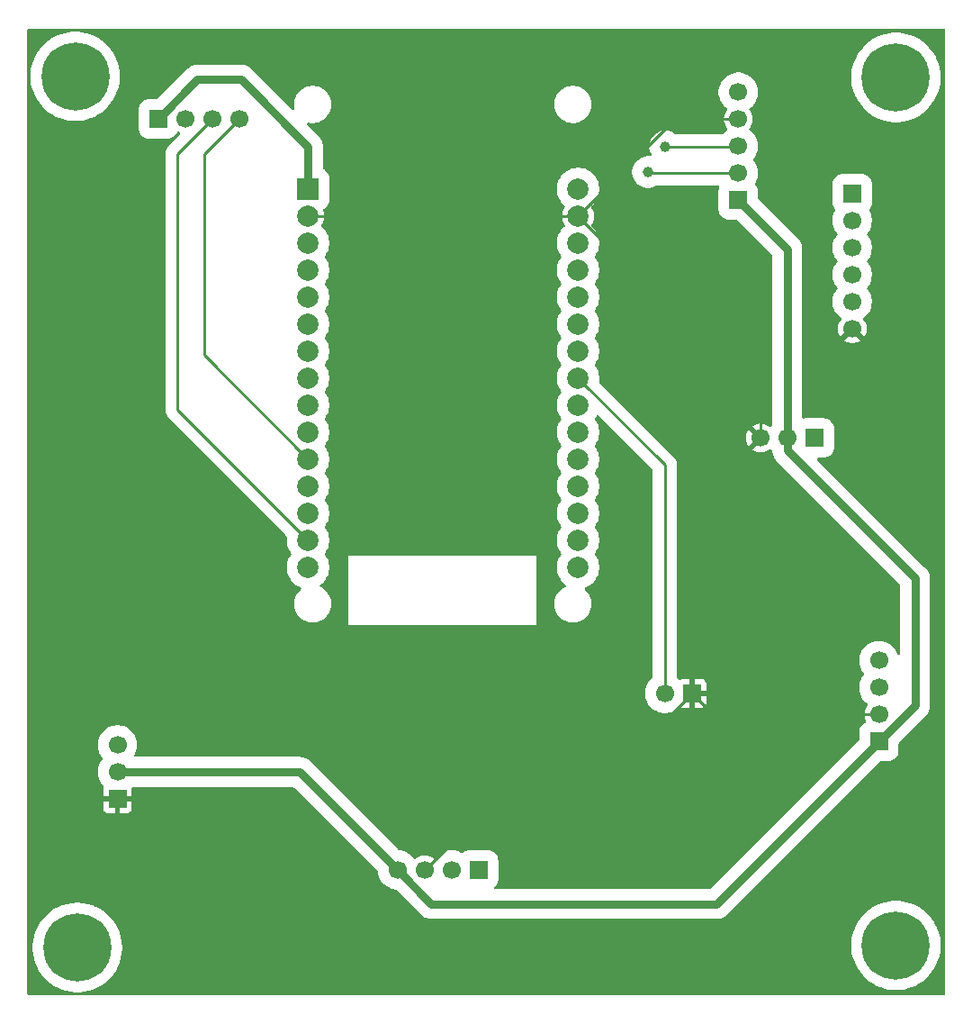
<source format=gbl>
%TF.GenerationSoftware,KiCad,Pcbnew,9.0.4*%
%TF.CreationDate,2025-11-06T03:01:08+05:30*%
%TF.ProjectId,project005,70726f6a-6563-4743-9030-352e6b696361,rev?*%
%TF.SameCoordinates,Original*%
%TF.FileFunction,Copper,L2,Bot*%
%TF.FilePolarity,Positive*%
%FSLAX46Y46*%
G04 Gerber Fmt 4.6, Leading zero omitted, Abs format (unit mm)*
G04 Created by KiCad (PCBNEW 9.0.4) date 2025-11-06 03:01:08*
%MOMM*%
%LPD*%
G01*
G04 APERTURE LIST*
%TA.AperFunction,ComponentPad*%
%ADD10C,6.400000*%
%TD*%
%TA.AperFunction,ComponentPad*%
%ADD11R,1.700000X1.700000*%
%TD*%
%TA.AperFunction,ComponentPad*%
%ADD12C,1.700000*%
%TD*%
%TA.AperFunction,ComponentPad*%
%ADD13R,2.000000X2.000000*%
%TD*%
%TA.AperFunction,ComponentPad*%
%ADD14C,2.000000*%
%TD*%
%TA.AperFunction,ViaPad*%
%ADD15C,1.000000*%
%TD*%
%TA.AperFunction,Conductor*%
%ADD16C,0.250000*%
%TD*%
%TA.AperFunction,Conductor*%
%ADD17C,0.800000*%
%TD*%
G04 APERTURE END LIST*
D10*
%TO.P,REF\u002A\u002A,1*%
%TO.N,N/C*%
X161200000Y-57100000D03*
%TD*%
D11*
%TO.P,Lightsensor1,1,Pin_1*%
%TO.N,VCC*%
X146375000Y-68650000D03*
D12*
%TO.P,Lightsensor1,2,Pin_2*%
%TO.N,Net-(Lightsensor1-Pin_2)*%
X146375000Y-66110000D03*
%TO.P,Lightsensor1,3,Pin_3*%
%TO.N,Net-(Lightsensor1-Pin_3)*%
X146375000Y-63570000D03*
%TO.P,Lightsensor1,4,Pin_4*%
%TO.N,GND*%
X146375000Y-61030000D03*
%TO.P,Lightsensor1,5,Pin_5*%
%TO.N,unconnected-(Lightsensor1-Pin_5-Pad5)*%
X146375000Y-58490000D03*
%TD*%
D10*
%TO.P,REF\u002A\u002A,1*%
%TO.N,N/C*%
X161200000Y-138700000D03*
%TD*%
%TO.P,REF\u002A\u002A,1*%
%TO.N,N/C*%
X84200000Y-138900000D03*
%TD*%
D11*
%TO.P,Waterlevel1,1,Pin_1*%
%TO.N,Net-(U1-D34)*%
X153540000Y-91000000D03*
D12*
%TO.P,Waterlevel1,2,Pin_2*%
%TO.N,VCC*%
X151000000Y-91000000D03*
%TO.P,Waterlevel1,3,Pin_3*%
%TO.N,GND*%
X148460000Y-91000000D03*
%TD*%
D10*
%TO.P,REF\u002A\u002A,1*%
%TO.N,N/C*%
X84000000Y-57000000D03*
%TD*%
D11*
%TO.P,DHT22,1,Pin_1*%
%TO.N,GND*%
X87975000Y-124925000D03*
D12*
%TO.P,DHT22,2,Pin_2*%
%TO.N,VCC*%
X87975000Y-122385000D03*
%TO.P,DHT22,3,Pin_3*%
%TO.N,Net-(DHT22-Pin_3)*%
X87975000Y-119845000D03*
%TD*%
D11*
%TO.P,OLED1,1,Pin_1*%
%TO.N,VCC*%
X91800000Y-61000000D03*
D12*
%TO.P,OLED1,2,Pin_2*%
%TO.N,GND*%
X94340000Y-61000000D03*
%TO.P,OLED1,3,Pin_3*%
%TO.N,Net-(Lightsensor1-Pin_2)*%
X96880000Y-61000000D03*
%TO.P,OLED1,4,Pin_4*%
%TO.N,Net-(Lightsensor1-Pin_3)*%
X99420000Y-61000000D03*
%TD*%
D11*
%TO.P,soilmoisture1,1,Pin_1*%
%TO.N,Net-(U1-VP)*%
X121940000Y-131600000D03*
D12*
%TO.P,soilmoisture1,2,Pin_2*%
%TO.N,unconnected-(soilmoisture1-Pin_2-Pad2)*%
X119400000Y-131600000D03*
%TO.P,soilmoisture1,3,Pin_3*%
%TO.N,GND*%
X116860000Y-131600000D03*
%TO.P,soilmoisture1,4,Pin_4*%
%TO.N,VCC*%
X114320000Y-131600000D03*
%TD*%
D11*
%TO.P,Relay1,1,Pin_1*%
%TO.N,Net-(Relay1-Pin_1)*%
X157100000Y-68020000D03*
D12*
%TO.P,Relay1,2,Pin_2*%
%TO.N,unconnected-(Relay1-Pin_2-Pad2)*%
X157100000Y-70560000D03*
%TO.P,Relay1,3,Pin_3*%
%TO.N,unconnected-(Relay1-Pin_3-Pad3)*%
X157100000Y-73100000D03*
%TO.P,Relay1,4,Pin_4*%
%TO.N,Net-(Relay1-Pin_4)*%
X157100000Y-75640000D03*
%TO.P,Relay1,5,Pin_5*%
%TO.N,Net-(Relay1-Pin_5)*%
X157100000Y-78180000D03*
%TO.P,Relay1,6,Pin_6*%
%TO.N,GND*%
X157100000Y-80720000D03*
%TD*%
D11*
%TO.P,buzzer1,1,Pin_1*%
%TO.N,GND*%
X142000000Y-115000000D03*
D12*
%TO.P,buzzer1,2,Pin_2*%
%TO.N,Net-(U1-D25)*%
X139460000Y-115000000D03*
%TD*%
D11*
%TO.P,J1,1,Pin_1*%
%TO.N,VCC*%
X159600000Y-119540000D03*
D12*
%TO.P,J1,2,Pin_2*%
%TO.N,GND*%
X159600000Y-117000000D03*
%TO.P,J1,3,Pin_3*%
%TO.N,unconnected-(J1-Pin_3-Pad3)*%
X159600000Y-114460000D03*
%TO.P,J1,4,Pin_4*%
%TO.N,Net-(J1-Pin_4)*%
X159600000Y-111920000D03*
%TD*%
D13*
%TO.P,U1,1,3V3*%
%TO.N,VCC*%
X105900000Y-67600000D03*
D14*
%TO.P,U1,2,GND*%
%TO.N,GND*%
X105900000Y-70140000D03*
%TO.P,U1,3,D15*%
%TO.N,unconnected-(U1-D15-Pad3)*%
X105900000Y-72680000D03*
%TO.P,U1,4,D2*%
%TO.N,unconnected-(U1-D2-Pad4)*%
X105900000Y-75220000D03*
%TO.P,U1,5,D4*%
%TO.N,unconnected-(U1-D4-Pad5)*%
X105900000Y-77760000D03*
%TO.P,U1,6,RX2*%
%TO.N,unconnected-(U1-RX2-Pad6)*%
X105900000Y-80300000D03*
%TO.P,U1,7,TX2*%
%TO.N,Net-(DHT22-Pin_3)*%
X105900000Y-82840000D03*
%TO.P,U1,8,D5*%
%TO.N,unconnected-(U1-D5-Pad8)*%
X105900000Y-85380000D03*
%TO.P,U1,9,D18*%
%TO.N,unconnected-(U1-D18-Pad9)*%
X105900000Y-87920000D03*
%TO.P,U1,10,D19*%
%TO.N,unconnected-(U1-D19-Pad10)*%
X105900000Y-90460000D03*
%TO.P,U1,11,D21*%
%TO.N,Net-(Lightsensor1-Pin_3)*%
X105900000Y-93000000D03*
%TO.P,U1,12,RX0*%
%TO.N,unconnected-(U1-RX0-Pad12)*%
X105900000Y-95540000D03*
%TO.P,U1,13,TX0*%
%TO.N,unconnected-(U1-TX0-Pad13)*%
X105900000Y-98080000D03*
%TO.P,U1,14,D22*%
%TO.N,Net-(Lightsensor1-Pin_2)*%
X105900000Y-100620000D03*
%TO.P,U1,15,D23*%
%TO.N,unconnected-(U1-D23-Pad15)*%
X105900000Y-103160000D03*
%TO.P,U1,16,EN*%
%TO.N,unconnected-(U1-EN-Pad16)*%
X131300000Y-103160000D03*
%TO.P,U1,17,VP*%
%TO.N,Net-(U1-VP)*%
X131300000Y-100620000D03*
%TO.P,U1,18,VN*%
%TO.N,Net-(J1-Pin_4)*%
X131300000Y-98080000D03*
%TO.P,U1,19,D34*%
%TO.N,Net-(U1-D34)*%
X131300000Y-95540000D03*
%TO.P,U1,20,D35*%
%TO.N,unconnected-(U1-D35-Pad20)*%
X131300000Y-93000000D03*
%TO.P,U1,21,D32*%
%TO.N,unconnected-(U1-D32-Pad21)*%
X131300000Y-90460000D03*
%TO.P,U1,22,D33*%
%TO.N,unconnected-(U1-D33-Pad22)*%
X131300000Y-87920000D03*
%TO.P,U1,23,D25*%
%TO.N,Net-(U1-D25)*%
X131300000Y-85380000D03*
%TO.P,U1,24,D26*%
%TO.N,Net-(Relay1-Pin_5)*%
X131300000Y-82840000D03*
%TO.P,U1,25,D27*%
%TO.N,Net-(Relay1-Pin_4)*%
X131300000Y-80300000D03*
%TO.P,U1,26,D14*%
%TO.N,unconnected-(U1-D14-Pad26)*%
X131300000Y-77760000D03*
%TO.P,U1,27,D12*%
%TO.N,unconnected-(U1-D12-Pad27)*%
X131300000Y-75220000D03*
%TO.P,U1,28,D13*%
%TO.N,unconnected-(U1-D13-Pad28)*%
X131300000Y-72680000D03*
%TO.P,U1,29,GND*%
%TO.N,GND*%
X131300000Y-70140000D03*
%TO.P,U1,30,VIN*%
%TO.N,Net-(Relay1-Pin_1)*%
X131300000Y-67600000D03*
%TD*%
D15*
%TO.N,Net-(Lightsensor1-Pin_2)*%
X137900000Y-66000000D03*
%TO.N,Net-(Lightsensor1-Pin_3)*%
X139500000Y-63600000D03*
%TD*%
D16*
%TO.N,Net-(U1-D25)*%
X139460000Y-93540000D02*
X131300000Y-85380000D01*
X139460000Y-115000000D02*
X139460000Y-93540000D01*
%TO.N,Net-(Lightsensor1-Pin_2)*%
X138180000Y-66000000D02*
X138290000Y-66110000D01*
X96880000Y-61000000D02*
X93600000Y-64280000D01*
X93600000Y-64280000D02*
X93600000Y-88320000D01*
X138290000Y-66110000D02*
X146375000Y-66110000D01*
X93600000Y-88320000D02*
X105900000Y-100620000D01*
X137900000Y-66000000D02*
X138180000Y-66000000D01*
%TO.N,Net-(Lightsensor1-Pin_3)*%
X96100000Y-83200000D02*
X105900000Y-93000000D01*
X139500000Y-63600000D02*
X146345000Y-63600000D01*
X146345000Y-63600000D02*
X146375000Y-63570000D01*
X96100000Y-64320000D02*
X96100000Y-83200000D01*
X99420000Y-61000000D02*
X96100000Y-64320000D01*
%TO.N,GND*%
X144000000Y-117000000D02*
X159600000Y-117000000D01*
X142000000Y-97460000D02*
X148460000Y-91000000D01*
X140410000Y-61030000D02*
X146375000Y-61030000D01*
X148460000Y-87300000D02*
X148460000Y-91000000D01*
X131300000Y-70140000D02*
X105900000Y-70140000D01*
X131300000Y-70140000D02*
X148460000Y-87300000D01*
X116860000Y-131600000D02*
X121960000Y-126500000D01*
X142000000Y-115000000D02*
X144000000Y-117000000D01*
X130500000Y-126500000D02*
X142000000Y-115000000D01*
X121960000Y-126500000D02*
X130500000Y-126500000D01*
X131300000Y-70140000D02*
X140410000Y-61030000D01*
X142000000Y-115000000D02*
X142000000Y-97460000D01*
D17*
%TO.N,VCC*%
X151000000Y-92202081D02*
X163000000Y-104202081D01*
X105900000Y-63600000D02*
X105900000Y-67600000D01*
X114320000Y-131600000D02*
X117520000Y-134800000D01*
X151000000Y-91000000D02*
X151000000Y-92202081D01*
X95500000Y-57300000D02*
X99600000Y-57300000D01*
X87975000Y-122385000D02*
X105105000Y-122385000D01*
X99600000Y-57300000D02*
X105900000Y-63600000D01*
X151000000Y-73275000D02*
X151000000Y-91000000D01*
X163000000Y-104202081D02*
X163000000Y-116140000D01*
X105105000Y-122385000D02*
X114320000Y-131600000D01*
X144340000Y-134800000D02*
X159600000Y-119540000D01*
X146375000Y-68650000D02*
X151000000Y-73275000D01*
X163000000Y-116140000D02*
X159600000Y-119540000D01*
X117520000Y-134800000D02*
X144340000Y-134800000D01*
X91800000Y-61000000D02*
X95500000Y-57300000D01*
%TD*%
%TA.AperFunction,Conductor*%
%TO.N,GND*%
G36*
X165742539Y-52520185D02*
G01*
X165788294Y-52572989D01*
X165799500Y-52624500D01*
X165799500Y-143275500D01*
X165779815Y-143342539D01*
X165727011Y-143388294D01*
X165675500Y-143399500D01*
X79624500Y-143399500D01*
X79557461Y-143379815D01*
X79511706Y-143327011D01*
X79500500Y-143275500D01*
X79500500Y-138693646D01*
X79999500Y-138693646D01*
X79999500Y-139106353D01*
X80039952Y-139517084D01*
X80120464Y-139921848D01*
X80120467Y-139921859D01*
X80240274Y-140316814D01*
X80398214Y-140698113D01*
X80398216Y-140698118D01*
X80592759Y-141062081D01*
X80592770Y-141062099D01*
X80822052Y-141405244D01*
X80822062Y-141405258D01*
X81083885Y-141724291D01*
X81375708Y-142016114D01*
X81375713Y-142016118D01*
X81375714Y-142016119D01*
X81694747Y-142277942D01*
X82037907Y-142507234D01*
X82037916Y-142507239D01*
X82037918Y-142507240D01*
X82401881Y-142701783D01*
X82401883Y-142701783D01*
X82401889Y-142701787D01*
X82783187Y-142859726D01*
X83178131Y-142979530D01*
X83178137Y-142979531D01*
X83178140Y-142979532D01*
X83178151Y-142979535D01*
X83582915Y-143060047D01*
X83993643Y-143100500D01*
X83993646Y-143100500D01*
X84406354Y-143100500D01*
X84406357Y-143100500D01*
X84817085Y-143060047D01*
X84895884Y-143044372D01*
X85221848Y-142979535D01*
X85221859Y-142979532D01*
X85221859Y-142979531D01*
X85221869Y-142979530D01*
X85616813Y-142859726D01*
X85998111Y-142701787D01*
X86362093Y-142507234D01*
X86705253Y-142277942D01*
X87024286Y-142016119D01*
X87316119Y-141724286D01*
X87577942Y-141405253D01*
X87807234Y-141062093D01*
X88001787Y-140698111D01*
X88159726Y-140316813D01*
X88279530Y-139921869D01*
X88279532Y-139921859D01*
X88279535Y-139921848D01*
X88360047Y-139517084D01*
X88400500Y-139106353D01*
X88400500Y-138693646D01*
X88381699Y-138502753D01*
X88380802Y-138493646D01*
X156999500Y-138493646D01*
X156999500Y-138906353D01*
X157039952Y-139317084D01*
X157120464Y-139721848D01*
X157120467Y-139721859D01*
X157240274Y-140116814D01*
X157398214Y-140498113D01*
X157398216Y-140498118D01*
X157592759Y-140862081D01*
X157592770Y-140862099D01*
X157822052Y-141205244D01*
X157822062Y-141205258D01*
X158083885Y-141524291D01*
X158375708Y-141816114D01*
X158375713Y-141816118D01*
X158375714Y-141816119D01*
X158694747Y-142077942D01*
X159037907Y-142307234D01*
X159037916Y-142307239D01*
X159037918Y-142307240D01*
X159401881Y-142501783D01*
X159401883Y-142501783D01*
X159401889Y-142501787D01*
X159783187Y-142659726D01*
X160178131Y-142779530D01*
X160178137Y-142779531D01*
X160178140Y-142779532D01*
X160178151Y-142779535D01*
X160581296Y-142859725D01*
X160582915Y-142860047D01*
X160993643Y-142900500D01*
X160993646Y-142900500D01*
X161406354Y-142900500D01*
X161406357Y-142900500D01*
X161817085Y-142860047D01*
X161895884Y-142844372D01*
X162221848Y-142779535D01*
X162221859Y-142779532D01*
X162221859Y-142779531D01*
X162221869Y-142779530D01*
X162616813Y-142659726D01*
X162998111Y-142501787D01*
X163362093Y-142307234D01*
X163705253Y-142077942D01*
X164024286Y-141816119D01*
X164316119Y-141524286D01*
X164577942Y-141205253D01*
X164807234Y-140862093D01*
X165001787Y-140498111D01*
X165159726Y-140116813D01*
X165279530Y-139721869D01*
X165279532Y-139721859D01*
X165279535Y-139721848D01*
X165360047Y-139317084D01*
X165400500Y-138906353D01*
X165400500Y-138493646D01*
X165360047Y-138082915D01*
X165279535Y-137678151D01*
X165279532Y-137678140D01*
X165279531Y-137678137D01*
X165279530Y-137678131D01*
X165159726Y-137283187D01*
X165001787Y-136901889D01*
X164914142Y-136737918D01*
X164807240Y-136537918D01*
X164807239Y-136537916D01*
X164807234Y-136537907D01*
X164577942Y-136194747D01*
X164316119Y-135875714D01*
X164316118Y-135875713D01*
X164316114Y-135875708D01*
X164024291Y-135583885D01*
X163705258Y-135322062D01*
X163705257Y-135322061D01*
X163705253Y-135322058D01*
X163362093Y-135092766D01*
X163362088Y-135092763D01*
X163362081Y-135092759D01*
X162998118Y-134898216D01*
X162998113Y-134898214D01*
X162616814Y-134740274D01*
X162221859Y-134620467D01*
X162221848Y-134620464D01*
X161817084Y-134539952D01*
X161507741Y-134509485D01*
X161406357Y-134499500D01*
X160993643Y-134499500D01*
X160899966Y-134508726D01*
X160582915Y-134539952D01*
X160178151Y-134620464D01*
X160178140Y-134620467D01*
X159783185Y-134740274D01*
X159401886Y-134898214D01*
X159401881Y-134898216D01*
X159037918Y-135092759D01*
X159037900Y-135092770D01*
X158694755Y-135322052D01*
X158694741Y-135322062D01*
X158375708Y-135583885D01*
X158083885Y-135875708D01*
X157822062Y-136194741D01*
X157822052Y-136194755D01*
X157592770Y-136537900D01*
X157592759Y-136537918D01*
X157398216Y-136901881D01*
X157398214Y-136901886D01*
X157240274Y-137283185D01*
X157120467Y-137678140D01*
X157120464Y-137678151D01*
X157039952Y-138082915D01*
X156999500Y-138493646D01*
X88380802Y-138493646D01*
X88360047Y-138282915D01*
X88279535Y-137878151D01*
X88279532Y-137878140D01*
X88279531Y-137878137D01*
X88279530Y-137878131D01*
X88159726Y-137483187D01*
X88001787Y-137101889D01*
X87894884Y-136901889D01*
X87807240Y-136737918D01*
X87807239Y-136737916D01*
X87807234Y-136737907D01*
X87577942Y-136394747D01*
X87316119Y-136075714D01*
X87316118Y-136075713D01*
X87316114Y-136075708D01*
X87024291Y-135783885D01*
X86705258Y-135522062D01*
X86705257Y-135522061D01*
X86705253Y-135522058D01*
X86362093Y-135292766D01*
X86362088Y-135292763D01*
X86362081Y-135292759D01*
X85998118Y-135098216D01*
X85998113Y-135098214D01*
X85984960Y-135092766D01*
X85886433Y-135051954D01*
X85616814Y-134940274D01*
X85221859Y-134820467D01*
X85221848Y-134820464D01*
X84817084Y-134739952D01*
X84507741Y-134709485D01*
X84406357Y-134699500D01*
X83993643Y-134699500D01*
X83899966Y-134708726D01*
X83582915Y-134739952D01*
X83178151Y-134820464D01*
X83178140Y-134820467D01*
X82783185Y-134940274D01*
X82401886Y-135098214D01*
X82401881Y-135098216D01*
X82037918Y-135292759D01*
X82037900Y-135292770D01*
X81694755Y-135522052D01*
X81694741Y-135522062D01*
X81375708Y-135783885D01*
X81083885Y-136075708D01*
X80822062Y-136394741D01*
X80822052Y-136394755D01*
X80592770Y-136737900D01*
X80592759Y-136737918D01*
X80398216Y-137101881D01*
X80398214Y-137101886D01*
X80240274Y-137483185D01*
X80120467Y-137878140D01*
X80120464Y-137878151D01*
X80039952Y-138282915D01*
X79999500Y-138693646D01*
X79500500Y-138693646D01*
X79500500Y-119723711D01*
X86124500Y-119723711D01*
X86124500Y-119966288D01*
X86156161Y-120206785D01*
X86218947Y-120441104D01*
X86271268Y-120567418D01*
X86311776Y-120665212D01*
X86433064Y-120875289D01*
X86433066Y-120875292D01*
X86433067Y-120875293D01*
X86559077Y-121039514D01*
X86584271Y-121104683D01*
X86570232Y-121173128D01*
X86559077Y-121190486D01*
X86433067Y-121354706D01*
X86311777Y-121564785D01*
X86311773Y-121564794D01*
X86218947Y-121788895D01*
X86156161Y-122023214D01*
X86124500Y-122263711D01*
X86124500Y-122506288D01*
X86156161Y-122746785D01*
X86218947Y-122981104D01*
X86311773Y-123205205D01*
X86311776Y-123205212D01*
X86433064Y-123415289D01*
X86433066Y-123415292D01*
X86433067Y-123415293D01*
X86580733Y-123607736D01*
X86580739Y-123607743D01*
X86659896Y-123686900D01*
X86693381Y-123748223D01*
X86688397Y-123817915D01*
X86682082Y-123831741D01*
X86631403Y-123967620D01*
X86631401Y-123967627D01*
X86625000Y-124027155D01*
X86625000Y-124675000D01*
X87541988Y-124675000D01*
X87509075Y-124732007D01*
X87475000Y-124859174D01*
X87475000Y-124990826D01*
X87509075Y-125117993D01*
X87541988Y-125175000D01*
X86625000Y-125175000D01*
X86625000Y-125822844D01*
X86631401Y-125882372D01*
X86631403Y-125882379D01*
X86681645Y-126017086D01*
X86681649Y-126017093D01*
X86767809Y-126132187D01*
X86767812Y-126132190D01*
X86882906Y-126218350D01*
X86882913Y-126218354D01*
X87017620Y-126268596D01*
X87017627Y-126268598D01*
X87077155Y-126274999D01*
X87077172Y-126275000D01*
X87725000Y-126275000D01*
X87725000Y-125358012D01*
X87782007Y-125390925D01*
X87909174Y-125425000D01*
X88040826Y-125425000D01*
X88167993Y-125390925D01*
X88225000Y-125358012D01*
X88225000Y-126275000D01*
X88872828Y-126275000D01*
X88872844Y-126274999D01*
X88932372Y-126268598D01*
X88932379Y-126268596D01*
X89067086Y-126218354D01*
X89067093Y-126218350D01*
X89182187Y-126132190D01*
X89182190Y-126132187D01*
X89268350Y-126017093D01*
X89268354Y-126017086D01*
X89318596Y-125882379D01*
X89318598Y-125882372D01*
X89324999Y-125822844D01*
X89325000Y-125822827D01*
X89325000Y-125175000D01*
X88408012Y-125175000D01*
X88440925Y-125117993D01*
X88475000Y-124990826D01*
X88475000Y-124859174D01*
X88440925Y-124732007D01*
X88408012Y-124675000D01*
X89325000Y-124675000D01*
X89325000Y-124027172D01*
X89324999Y-124027155D01*
X89318598Y-123967627D01*
X89318596Y-123967619D01*
X89313082Y-123952835D01*
X89308096Y-123883144D01*
X89341580Y-123821820D01*
X89402903Y-123788334D01*
X89429263Y-123785500D01*
X104473532Y-123785500D01*
X104540571Y-123805185D01*
X104561213Y-123821819D01*
X112441072Y-131701678D01*
X112474557Y-131763001D01*
X112476330Y-131773173D01*
X112501161Y-131961785D01*
X112563947Y-132196104D01*
X112656773Y-132420205D01*
X112656776Y-132420212D01*
X112778064Y-132630289D01*
X112778066Y-132630292D01*
X112778067Y-132630293D01*
X112925733Y-132822736D01*
X112925739Y-132822743D01*
X113097256Y-132994260D01*
X113097263Y-132994266D01*
X113210321Y-133081018D01*
X113289711Y-133141936D01*
X113499788Y-133263224D01*
X113723900Y-133356054D01*
X113958211Y-133418838D01*
X114146825Y-133443669D01*
X114210720Y-133471934D01*
X114218320Y-133478926D01*
X116448632Y-135709238D01*
X116448646Y-135709253D01*
X116451757Y-135712364D01*
X116451758Y-135712365D01*
X116607635Y-135868242D01*
X116607638Y-135868244D01*
X116607642Y-135868248D01*
X116769372Y-135985750D01*
X116785978Y-135997815D01*
X116914375Y-136063237D01*
X116982393Y-136097895D01*
X116982396Y-136097896D01*
X117087221Y-136131955D01*
X117192049Y-136166015D01*
X117409778Y-136200500D01*
X144224643Y-136200500D01*
X144224667Y-136200501D01*
X144229778Y-136200501D01*
X144450221Y-136200501D01*
X144450222Y-136200501D01*
X144667951Y-136166015D01*
X144877606Y-136097895D01*
X145074022Y-135997815D01*
X145252365Y-135868242D01*
X145408242Y-135712365D01*
X145408243Y-135712363D01*
X145415303Y-135705303D01*
X145415309Y-135705296D01*
X159693787Y-121426818D01*
X159755110Y-121393333D01*
X159781468Y-121390499D01*
X160508028Y-121390499D01*
X160508036Y-121390499D01*
X160627418Y-121379886D01*
X160823049Y-121323909D01*
X161003407Y-121229698D01*
X161161109Y-121101109D01*
X161289698Y-120943407D01*
X161383909Y-120763049D01*
X161439886Y-120567418D01*
X161450500Y-120448037D01*
X161450499Y-119721466D01*
X161470183Y-119654428D01*
X161486813Y-119633791D01*
X163905296Y-117215309D01*
X163905303Y-117215303D01*
X163912363Y-117208243D01*
X163912365Y-117208242D01*
X164068242Y-117052365D01*
X164197815Y-116874022D01*
X164297895Y-116677606D01*
X164366015Y-116467951D01*
X164377686Y-116394265D01*
X164400501Y-116250222D01*
X164400501Y-116029778D01*
X164400501Y-116025377D01*
X164400500Y-116025362D01*
X164400500Y-104317438D01*
X164400501Y-104317413D01*
X164400501Y-104091860D01*
X164366015Y-103874129D01*
X164299402Y-103669115D01*
X164298339Y-103665347D01*
X164297895Y-103664475D01*
X164197815Y-103468059D01*
X164185750Y-103451453D01*
X164068248Y-103289723D01*
X164068244Y-103289719D01*
X164068242Y-103289716D01*
X163912365Y-103133839D01*
X163912364Y-103133838D01*
X163909253Y-103130727D01*
X163909238Y-103130713D01*
X153840705Y-93062180D01*
X153807220Y-93000857D01*
X153812204Y-92931165D01*
X153854076Y-92875232D01*
X153919540Y-92850815D01*
X153928386Y-92850499D01*
X154448028Y-92850499D01*
X154448036Y-92850499D01*
X154567418Y-92839886D01*
X154763049Y-92783909D01*
X154943407Y-92689698D01*
X155101109Y-92561109D01*
X155229698Y-92403407D01*
X155323909Y-92223049D01*
X155379886Y-92027418D01*
X155390500Y-91908037D01*
X155390499Y-90091964D01*
X155379886Y-89972582D01*
X155323909Y-89776951D01*
X155229698Y-89596593D01*
X155165793Y-89518220D01*
X155101109Y-89438890D01*
X154943409Y-89310304D01*
X154943410Y-89310304D01*
X154943407Y-89310302D01*
X154763049Y-89216091D01*
X154763048Y-89216090D01*
X154763045Y-89216089D01*
X154645829Y-89182550D01*
X154567418Y-89160114D01*
X154567415Y-89160113D01*
X154567413Y-89160113D01*
X154496041Y-89153768D01*
X154448037Y-89149500D01*
X154448032Y-89149500D01*
X152631971Y-89149500D01*
X152631963Y-89149501D01*
X152535479Y-89158078D01*
X152466960Y-89144407D01*
X152416710Y-89095861D01*
X152400500Y-89034565D01*
X152400500Y-73390357D01*
X152400501Y-73390332D01*
X152400501Y-73164780D01*
X152400501Y-73164779D01*
X152366015Y-72947049D01*
X152321847Y-72811113D01*
X152297896Y-72737396D01*
X152297895Y-72737393D01*
X152263237Y-72669375D01*
X152197815Y-72540978D01*
X152185750Y-72524372D01*
X152068248Y-72362642D01*
X152068244Y-72362638D01*
X152068242Y-72362635D01*
X151912365Y-72206758D01*
X151912364Y-72206757D01*
X151909253Y-72203646D01*
X151909238Y-72203632D01*
X148261818Y-68556212D01*
X148228333Y-68494889D01*
X148225499Y-68468531D01*
X148225499Y-67741971D01*
X148225499Y-67741964D01*
X148214886Y-67622582D01*
X148158909Y-67426951D01*
X148064698Y-67246593D01*
X147996307Y-67162718D01*
X147974943Y-67111966D01*
X155249500Y-67111966D01*
X155249500Y-68928028D01*
X155249501Y-68928034D01*
X155260113Y-69047415D01*
X155316089Y-69243045D01*
X155316090Y-69243047D01*
X155316091Y-69243049D01*
X155410301Y-69423406D01*
X155410305Y-69423412D01*
X155478691Y-69507281D01*
X155505800Y-69571677D01*
X155493790Y-69640507D01*
X155489977Y-69647640D01*
X155436775Y-69739789D01*
X155436773Y-69739794D01*
X155343947Y-69963895D01*
X155281161Y-70198214D01*
X155262535Y-70339698D01*
X155249500Y-70438712D01*
X155249500Y-70681288D01*
X155281162Y-70921789D01*
X155311059Y-71033366D01*
X155343947Y-71156104D01*
X155427637Y-71358148D01*
X155436776Y-71380212D01*
X155558064Y-71590289D01*
X155558066Y-71590292D01*
X155558067Y-71590293D01*
X155684077Y-71754514D01*
X155709271Y-71819683D01*
X155695232Y-71888128D01*
X155684077Y-71905486D01*
X155558067Y-72069706D01*
X155436777Y-72279785D01*
X155436773Y-72279794D01*
X155343947Y-72503895D01*
X155281161Y-72738214D01*
X155249500Y-72978711D01*
X155249500Y-73221288D01*
X155281161Y-73461785D01*
X155343947Y-73696104D01*
X155394764Y-73818787D01*
X155436776Y-73920212D01*
X155558064Y-74130289D01*
X155558066Y-74130292D01*
X155558067Y-74130293D01*
X155684077Y-74294514D01*
X155709271Y-74359683D01*
X155695232Y-74428128D01*
X155684077Y-74445486D01*
X155558067Y-74609706D01*
X155436777Y-74819785D01*
X155436773Y-74819794D01*
X155343947Y-75043895D01*
X155281161Y-75278214D01*
X155249500Y-75518711D01*
X155249500Y-75761288D01*
X155281161Y-76001785D01*
X155343947Y-76236104D01*
X155417846Y-76414512D01*
X155436776Y-76460212D01*
X155558064Y-76670289D01*
X155558066Y-76670292D01*
X155558067Y-76670293D01*
X155684077Y-76834514D01*
X155709271Y-76899683D01*
X155695232Y-76968128D01*
X155684077Y-76985486D01*
X155558067Y-77149706D01*
X155436777Y-77359785D01*
X155436773Y-77359794D01*
X155343947Y-77583895D01*
X155281161Y-77818214D01*
X155249500Y-78058711D01*
X155249500Y-78301288D01*
X155281161Y-78541785D01*
X155343947Y-78776104D01*
X155417846Y-78954512D01*
X155436776Y-79000212D01*
X155558064Y-79210289D01*
X155558066Y-79210292D01*
X155558067Y-79210293D01*
X155705733Y-79402736D01*
X155705739Y-79402743D01*
X155877256Y-79574260D01*
X155877263Y-79574266D01*
X156029564Y-79691130D01*
X156070767Y-79747558D01*
X156074922Y-79817304D01*
X156054397Y-79862391D01*
X155945376Y-80012446D01*
X155848904Y-80201782D01*
X155783242Y-80403869D01*
X155783242Y-80403872D01*
X155750000Y-80613753D01*
X155750000Y-80826246D01*
X155783242Y-81036127D01*
X155783242Y-81036130D01*
X155848904Y-81238217D01*
X155945375Y-81427550D01*
X155984728Y-81481716D01*
X156617036Y-80849407D01*
X156634075Y-80912993D01*
X156699901Y-81027007D01*
X156792993Y-81120099D01*
X156907007Y-81185925D01*
X156970590Y-81202962D01*
X156338282Y-81835269D01*
X156338282Y-81835270D01*
X156392449Y-81874624D01*
X156581782Y-81971095D01*
X156783870Y-82036757D01*
X156993754Y-82070000D01*
X157206246Y-82070000D01*
X157416127Y-82036757D01*
X157416130Y-82036757D01*
X157618217Y-81971095D01*
X157807554Y-81874622D01*
X157861716Y-81835270D01*
X157861717Y-81835270D01*
X157229408Y-81202962D01*
X157292993Y-81185925D01*
X157407007Y-81120099D01*
X157500099Y-81027007D01*
X157565925Y-80912993D01*
X157582962Y-80849409D01*
X158215270Y-81481717D01*
X158215270Y-81481716D01*
X158254622Y-81427554D01*
X158351095Y-81238217D01*
X158416757Y-81036130D01*
X158416757Y-81036127D01*
X158450000Y-80826246D01*
X158450000Y-80613753D01*
X158416757Y-80403872D01*
X158416757Y-80403869D01*
X158351095Y-80201782D01*
X158254620Y-80012442D01*
X158145603Y-79862391D01*
X158122123Y-79796585D01*
X158137949Y-79728531D01*
X158170432Y-79691132D01*
X158322738Y-79574265D01*
X158494265Y-79402738D01*
X158641936Y-79210289D01*
X158763224Y-79000212D01*
X158856054Y-78776100D01*
X158918838Y-78541789D01*
X158950500Y-78301288D01*
X158950500Y-78058712D01*
X158918838Y-77818211D01*
X158856054Y-77583900D01*
X158763224Y-77359788D01*
X158641936Y-77149711D01*
X158515922Y-76985486D01*
X158490728Y-76920317D01*
X158504766Y-76851872D01*
X158515922Y-76834514D01*
X158517099Y-76832979D01*
X158641936Y-76670289D01*
X158763224Y-76460212D01*
X158856054Y-76236100D01*
X158918838Y-76001789D01*
X158950500Y-75761288D01*
X158950500Y-75518712D01*
X158918838Y-75278211D01*
X158856054Y-75043900D01*
X158763224Y-74819788D01*
X158641936Y-74609711D01*
X158515922Y-74445486D01*
X158490728Y-74380317D01*
X158504766Y-74311872D01*
X158515922Y-74294514D01*
X158517099Y-74292979D01*
X158641936Y-74130289D01*
X158763224Y-73920212D01*
X158856054Y-73696100D01*
X158918838Y-73461789D01*
X158950500Y-73221288D01*
X158950500Y-72978712D01*
X158918838Y-72738211D01*
X158856054Y-72503900D01*
X158763224Y-72279788D01*
X158641936Y-72069711D01*
X158515922Y-71905486D01*
X158490728Y-71840317D01*
X158504766Y-71771872D01*
X158515922Y-71754514D01*
X158517099Y-71752979D01*
X158641936Y-71590289D01*
X158763224Y-71380212D01*
X158856054Y-71156100D01*
X158918838Y-70921789D01*
X158950500Y-70681288D01*
X158950500Y-70438712D01*
X158918838Y-70198211D01*
X158856054Y-69963900D01*
X158763224Y-69739788D01*
X158758669Y-69731898D01*
X158710023Y-69647639D01*
X158693550Y-69579739D01*
X158716403Y-69513712D01*
X158721307Y-69507281D01*
X158789698Y-69423407D01*
X158883909Y-69243049D01*
X158939886Y-69047418D01*
X158950500Y-68928037D01*
X158950499Y-67111964D01*
X158939886Y-66992582D01*
X158883909Y-66796951D01*
X158789698Y-66616593D01*
X158728845Y-66541963D01*
X158661109Y-66458890D01*
X158503409Y-66330304D01*
X158503410Y-66330304D01*
X158503407Y-66330302D01*
X158323049Y-66236091D01*
X158323048Y-66236090D01*
X158323045Y-66236089D01*
X158205829Y-66202550D01*
X158127418Y-66180114D01*
X158127415Y-66180113D01*
X158127413Y-66180113D01*
X158061102Y-66174217D01*
X158008037Y-66169500D01*
X158008032Y-66169500D01*
X156191971Y-66169500D01*
X156191965Y-66169500D01*
X156191964Y-66169501D01*
X156180316Y-66170536D01*
X156072584Y-66180113D01*
X155876954Y-66236089D01*
X155796452Y-66278140D01*
X155696593Y-66330302D01*
X155696591Y-66330303D01*
X155696590Y-66330304D01*
X155538890Y-66458890D01*
X155410304Y-66616590D01*
X155316089Y-66796954D01*
X155277961Y-66930208D01*
X155264427Y-66977511D01*
X155260114Y-66992583D01*
X155260113Y-66992586D01*
X155249500Y-67111966D01*
X147974943Y-67111966D01*
X147969199Y-67098321D01*
X147981209Y-67029492D01*
X147985012Y-67022376D01*
X148038224Y-66930212D01*
X148131054Y-66706100D01*
X148193838Y-66471789D01*
X148225500Y-66231288D01*
X148225500Y-65988712D01*
X148193838Y-65748211D01*
X148131054Y-65513900D01*
X148038224Y-65289788D01*
X147916936Y-65079711D01*
X147790922Y-64915486D01*
X147765728Y-64850317D01*
X147779766Y-64781872D01*
X147790922Y-64764514D01*
X147827644Y-64716657D01*
X147916936Y-64600289D01*
X148038224Y-64390212D01*
X148131054Y-64166100D01*
X148193838Y-63931789D01*
X148225500Y-63691288D01*
X148225500Y-63448712D01*
X148193838Y-63208211D01*
X148131054Y-62973900D01*
X148038224Y-62749788D01*
X147916936Y-62539711D01*
X147812348Y-62403409D01*
X147769266Y-62347263D01*
X147769260Y-62347256D01*
X147597743Y-62175739D01*
X147445434Y-62058868D01*
X147404232Y-62002440D01*
X147400077Y-61932694D01*
X147420603Y-61887606D01*
X147529622Y-61737554D01*
X147626095Y-61548217D01*
X147691757Y-61346130D01*
X147691757Y-61346127D01*
X147725000Y-61136246D01*
X147725000Y-60923753D01*
X147691757Y-60713872D01*
X147691757Y-60713869D01*
X147626095Y-60511782D01*
X147529620Y-60322442D01*
X147420603Y-60172391D01*
X147397123Y-60106585D01*
X147412949Y-60038531D01*
X147445432Y-60001132D01*
X147597738Y-59884265D01*
X147769265Y-59712738D01*
X147916936Y-59520289D01*
X148038224Y-59310212D01*
X148131054Y-59086100D01*
X148193838Y-58851789D01*
X148225500Y-58611288D01*
X148225500Y-58368712D01*
X148193838Y-58128211D01*
X148131054Y-57893900D01*
X148129231Y-57889500D01*
X148057815Y-57717085D01*
X148038224Y-57669788D01*
X147916936Y-57459711D01*
X147769265Y-57267262D01*
X147769260Y-57267256D01*
X147597743Y-57095739D01*
X147597736Y-57095733D01*
X147458606Y-56988975D01*
X147405293Y-56948067D01*
X147405292Y-56948066D01*
X147405289Y-56948064D01*
X147311034Y-56893646D01*
X156999500Y-56893646D01*
X156999500Y-57306353D01*
X157039952Y-57717084D01*
X157120464Y-58121848D01*
X157120467Y-58121859D01*
X157240274Y-58516814D01*
X157331404Y-58736819D01*
X157356794Y-58798118D01*
X157398214Y-58898113D01*
X157398216Y-58898118D01*
X157592759Y-59262081D01*
X157592770Y-59262099D01*
X157822052Y-59605244D01*
X157822062Y-59605258D01*
X158083885Y-59924291D01*
X158375708Y-60216114D01*
X158375713Y-60216118D01*
X158375714Y-60216119D01*
X158694747Y-60477942D01*
X159037907Y-60707234D01*
X159037916Y-60707239D01*
X159037918Y-60707240D01*
X159401881Y-60901783D01*
X159401883Y-60901783D01*
X159401889Y-60901787D01*
X159783187Y-61059726D01*
X160178131Y-61179530D01*
X160178137Y-61179531D01*
X160178140Y-61179532D01*
X160178151Y-61179535D01*
X160582915Y-61260047D01*
X160993643Y-61300500D01*
X160993646Y-61300500D01*
X161406354Y-61300500D01*
X161406357Y-61300500D01*
X161817085Y-61260047D01*
X161903766Y-61242805D01*
X162221848Y-61179535D01*
X162221859Y-61179532D01*
X162221859Y-61179531D01*
X162221869Y-61179530D01*
X162616813Y-61059726D01*
X162998111Y-60901787D01*
X163362093Y-60707234D01*
X163705253Y-60477942D01*
X164024286Y-60216119D01*
X164316119Y-59924286D01*
X164577942Y-59605253D01*
X164807234Y-59262093D01*
X165001787Y-58898111D01*
X165159726Y-58516813D01*
X165279530Y-58121869D01*
X165279532Y-58121859D01*
X165279535Y-58121848D01*
X165360047Y-57717084D01*
X165364705Y-57669788D01*
X165400500Y-57306357D01*
X165400500Y-56893643D01*
X165360047Y-56482915D01*
X165340156Y-56382915D01*
X165279535Y-56078151D01*
X165279532Y-56078140D01*
X165279531Y-56078137D01*
X165279530Y-56078131D01*
X165159726Y-55683187D01*
X165001787Y-55301889D01*
X164948331Y-55201881D01*
X164807240Y-54937918D01*
X164807239Y-54937916D01*
X164807234Y-54937907D01*
X164577942Y-54594747D01*
X164316119Y-54275714D01*
X164316118Y-54275713D01*
X164316114Y-54275708D01*
X164024291Y-53983885D01*
X163705258Y-53722062D01*
X163705257Y-53722061D01*
X163705253Y-53722058D01*
X163362093Y-53492766D01*
X163362088Y-53492763D01*
X163362081Y-53492759D01*
X162998118Y-53298216D01*
X162998113Y-53298214D01*
X162616814Y-53140274D01*
X162221859Y-53020467D01*
X162221848Y-53020464D01*
X161817084Y-52939952D01*
X161507741Y-52909485D01*
X161406357Y-52899500D01*
X160993643Y-52899500D01*
X160899966Y-52908726D01*
X160582915Y-52939952D01*
X160178151Y-53020464D01*
X160178140Y-53020467D01*
X159783185Y-53140274D01*
X159401886Y-53298214D01*
X159401881Y-53298216D01*
X159037918Y-53492759D01*
X159037900Y-53492770D01*
X158694755Y-53722052D01*
X158694741Y-53722062D01*
X158375708Y-53983885D01*
X158083885Y-54275708D01*
X157822062Y-54594741D01*
X157822052Y-54594755D01*
X157592770Y-54937900D01*
X157592759Y-54937918D01*
X157398216Y-55301881D01*
X157398214Y-55301886D01*
X157240274Y-55683185D01*
X157120467Y-56078140D01*
X157120464Y-56078151D01*
X157039952Y-56482915D01*
X156999500Y-56893646D01*
X147311034Y-56893646D01*
X147195212Y-56826776D01*
X147195205Y-56826773D01*
X146971104Y-56733947D01*
X146736785Y-56671161D01*
X146496289Y-56639500D01*
X146496288Y-56639500D01*
X146253712Y-56639500D01*
X146253711Y-56639500D01*
X146013214Y-56671161D01*
X145778895Y-56733947D01*
X145554794Y-56826773D01*
X145554785Y-56826777D01*
X145344706Y-56948067D01*
X145152263Y-57095733D01*
X145152256Y-57095739D01*
X144980739Y-57267256D01*
X144980733Y-57267263D01*
X144833067Y-57459706D01*
X144711777Y-57669785D01*
X144711773Y-57669794D01*
X144618947Y-57893895D01*
X144556161Y-58128214D01*
X144524500Y-58368711D01*
X144524500Y-58611288D01*
X144556161Y-58851785D01*
X144618947Y-59086104D01*
X144691847Y-59262099D01*
X144711776Y-59310212D01*
X144833064Y-59520289D01*
X144833066Y-59520292D01*
X144833067Y-59520293D01*
X144980733Y-59712736D01*
X144980739Y-59712743D01*
X145152256Y-59884260D01*
X145152262Y-59884265D01*
X145296641Y-59995051D01*
X145304564Y-60001130D01*
X145345767Y-60057558D01*
X145349922Y-60127304D01*
X145329397Y-60172391D01*
X145220376Y-60322446D01*
X145123904Y-60511782D01*
X145058242Y-60713869D01*
X145058242Y-60713872D01*
X145025000Y-60923753D01*
X145025000Y-61136246D01*
X145058242Y-61346127D01*
X145058242Y-61346130D01*
X145123904Y-61548217D01*
X145220379Y-61737557D01*
X145329396Y-61887608D01*
X145352876Y-61953414D01*
X145337050Y-62021468D01*
X145304564Y-62058869D01*
X145152263Y-62175733D01*
X145152256Y-62175739D01*
X144980739Y-62347256D01*
X144980733Y-62347263D01*
X144920328Y-62425986D01*
X144863901Y-62467189D01*
X144821952Y-62474500D01*
X140543974Y-62474500D01*
X140476935Y-62454815D01*
X140471108Y-62450831D01*
X140286433Y-62316657D01*
X140242557Y-62294301D01*
X140075996Y-62209433D01*
X139851368Y-62136446D01*
X139618097Y-62099500D01*
X139618092Y-62099500D01*
X139381908Y-62099500D01*
X139381903Y-62099500D01*
X139148631Y-62136446D01*
X138924003Y-62209433D01*
X138713566Y-62316657D01*
X138650990Y-62362122D01*
X138522490Y-62455483D01*
X138522488Y-62455485D01*
X138522487Y-62455485D01*
X138355485Y-62622487D01*
X138355485Y-62622488D01*
X138355483Y-62622490D01*
X138308152Y-62687635D01*
X138216657Y-62813566D01*
X138109433Y-63024003D01*
X138036446Y-63248631D01*
X137999500Y-63481902D01*
X137999500Y-63718097D01*
X138036446Y-63951368D01*
X138078250Y-64080024D01*
X138109432Y-64175992D01*
X138109433Y-64175995D01*
X138109434Y-64175996D01*
X138186270Y-64326796D01*
X138199166Y-64395466D01*
X138172889Y-64460206D01*
X138115783Y-64500463D01*
X138056388Y-64505565D01*
X138018092Y-64499500D01*
X137781908Y-64499500D01*
X137781903Y-64499500D01*
X137548631Y-64536446D01*
X137324003Y-64609433D01*
X137113566Y-64716657D01*
X137019804Y-64784780D01*
X136922490Y-64855483D01*
X136922488Y-64855485D01*
X136922487Y-64855485D01*
X136755485Y-65022487D01*
X136755485Y-65022488D01*
X136755483Y-65022490D01*
X136695862Y-65104550D01*
X136616657Y-65213566D01*
X136509433Y-65424003D01*
X136436446Y-65648631D01*
X136399500Y-65881902D01*
X136399500Y-66118097D01*
X136436446Y-66351368D01*
X136509433Y-66575996D01*
X136575725Y-66706100D01*
X136616657Y-66786433D01*
X136755483Y-66977510D01*
X136922490Y-67144517D01*
X137113567Y-67283343D01*
X137161938Y-67307989D01*
X137324003Y-67390566D01*
X137324005Y-67390566D01*
X137324008Y-67390568D01*
X137435983Y-67426951D01*
X137548631Y-67463553D01*
X137781903Y-67500500D01*
X137781908Y-67500500D01*
X138018097Y-67500500D01*
X138251368Y-67463553D01*
X138475992Y-67390568D01*
X138686433Y-67283343D01*
X138701534Y-67272371D01*
X138719689Y-67259182D01*
X138785495Y-67235702D01*
X138792574Y-67235500D01*
X144486427Y-67235500D01*
X144553466Y-67255185D01*
X144599221Y-67307989D01*
X144609165Y-67377147D01*
X144596334Y-67416914D01*
X144591090Y-67426951D01*
X144535114Y-67622583D01*
X144535113Y-67622586D01*
X144527607Y-67707016D01*
X144525464Y-67731127D01*
X144524500Y-67741966D01*
X144524500Y-69558028D01*
X144524501Y-69558034D01*
X144535113Y-69677415D01*
X144591089Y-69873045D01*
X144591090Y-69873048D01*
X144591091Y-69873049D01*
X144685302Y-70053407D01*
X144719977Y-70095933D01*
X144813890Y-70211109D01*
X144871462Y-70258052D01*
X144971593Y-70339698D01*
X145151951Y-70433909D01*
X145347582Y-70489886D01*
X145466963Y-70500500D01*
X146193531Y-70500499D01*
X146260570Y-70520183D01*
X146281212Y-70536818D01*
X149563181Y-73818787D01*
X149596666Y-73880110D01*
X149599500Y-73906468D01*
X149599500Y-89743294D01*
X149593059Y-89765226D01*
X149591158Y-89788007D01*
X149581124Y-89805872D01*
X149579815Y-89810333D01*
X149573876Y-89818780D01*
X149488869Y-89929564D01*
X149432441Y-89970767D01*
X149362695Y-89974922D01*
X149317608Y-89954396D01*
X149167557Y-89845379D01*
X148978217Y-89748904D01*
X148776129Y-89683242D01*
X148566246Y-89650000D01*
X148353754Y-89650000D01*
X148143872Y-89683242D01*
X148143869Y-89683242D01*
X147941782Y-89748904D01*
X147752439Y-89845380D01*
X147698282Y-89884727D01*
X147698282Y-89884728D01*
X148330591Y-90517037D01*
X148267007Y-90534075D01*
X148152993Y-90599901D01*
X148059901Y-90692993D01*
X147994075Y-90807007D01*
X147977037Y-90870591D01*
X147344728Y-90238282D01*
X147344727Y-90238282D01*
X147305380Y-90292439D01*
X147208904Y-90481782D01*
X147143242Y-90683869D01*
X147143242Y-90683872D01*
X147110000Y-90893753D01*
X147110000Y-91106246D01*
X147143242Y-91316127D01*
X147143242Y-91316130D01*
X147208904Y-91518217D01*
X147305375Y-91707550D01*
X147344728Y-91761716D01*
X147977037Y-91129408D01*
X147994075Y-91192993D01*
X148059901Y-91307007D01*
X148152993Y-91400099D01*
X148267007Y-91465925D01*
X148330589Y-91482962D01*
X147698282Y-92115269D01*
X147698282Y-92115270D01*
X147752449Y-92154624D01*
X147941782Y-92251095D01*
X148143870Y-92316757D01*
X148353754Y-92350000D01*
X148566246Y-92350000D01*
X148776127Y-92316757D01*
X148776130Y-92316757D01*
X148978217Y-92251095D01*
X149167554Y-92154622D01*
X149317606Y-92045602D01*
X149324592Y-92043109D01*
X149329774Y-92037803D01*
X149357048Y-92031528D01*
X149383412Y-92022122D01*
X149390636Y-92023801D01*
X149397865Y-92022139D01*
X149424203Y-92031607D01*
X149451466Y-92037947D01*
X149458264Y-92043852D01*
X149463616Y-92045776D01*
X149488866Y-92070431D01*
X149573875Y-92181218D01*
X149599069Y-92246386D01*
X149599499Y-92256703D01*
X149599499Y-92312303D01*
X149605470Y-92350000D01*
X149633985Y-92530033D01*
X149702103Y-92739684D01*
X149702104Y-92739687D01*
X149758567Y-92850499D01*
X149774170Y-92881122D01*
X149802187Y-92936106D01*
X149931751Y-93114438D01*
X149931755Y-93114442D01*
X149931758Y-93114446D01*
X150087635Y-93270323D01*
X150091965Y-93274653D01*
X150091976Y-93274663D01*
X161563181Y-104745868D01*
X161596666Y-104807191D01*
X161599500Y-104833549D01*
X161599500Y-111290579D01*
X161579815Y-111357618D01*
X161527011Y-111403373D01*
X161457853Y-111413317D01*
X161394297Y-111384292D01*
X161357845Y-111327572D01*
X161357357Y-111327738D01*
X161356690Y-111325775D01*
X161356523Y-111325514D01*
X161356143Y-111324163D01*
X161356054Y-111323901D01*
X161263226Y-111099794D01*
X161263224Y-111099788D01*
X161141936Y-110889711D01*
X160994265Y-110697262D01*
X160994260Y-110697256D01*
X160822743Y-110525739D01*
X160822736Y-110525733D01*
X160630293Y-110378067D01*
X160630292Y-110378066D01*
X160630289Y-110378064D01*
X160420212Y-110256776D01*
X160420205Y-110256773D01*
X160196104Y-110163947D01*
X159961785Y-110101161D01*
X159721289Y-110069500D01*
X159721288Y-110069500D01*
X159478712Y-110069500D01*
X159478711Y-110069500D01*
X159238214Y-110101161D01*
X159003895Y-110163947D01*
X158779794Y-110256773D01*
X158779785Y-110256777D01*
X158569706Y-110378067D01*
X158377263Y-110525733D01*
X158377256Y-110525739D01*
X158205739Y-110697256D01*
X158205733Y-110697263D01*
X158058067Y-110889706D01*
X157936777Y-111099785D01*
X157936773Y-111099794D01*
X157843947Y-111323895D01*
X157781161Y-111558214D01*
X157749500Y-111798711D01*
X157749500Y-112041288D01*
X157781161Y-112281785D01*
X157843947Y-112516104D01*
X157936773Y-112740205D01*
X157936776Y-112740212D01*
X158058064Y-112950289D01*
X158058066Y-112950292D01*
X158058067Y-112950293D01*
X158184077Y-113114514D01*
X158209271Y-113179683D01*
X158195232Y-113248128D01*
X158184077Y-113265486D01*
X158058067Y-113429706D01*
X157936777Y-113639785D01*
X157936773Y-113639794D01*
X157843947Y-113863895D01*
X157781161Y-114098214D01*
X157749500Y-114338711D01*
X157749500Y-114581288D01*
X157781161Y-114821785D01*
X157843947Y-115056104D01*
X157924262Y-115250000D01*
X157936776Y-115280212D01*
X158058064Y-115490289D01*
X158058066Y-115490292D01*
X158058067Y-115490293D01*
X158205733Y-115682736D01*
X158205739Y-115682743D01*
X158377256Y-115854260D01*
X158377263Y-115854266D01*
X158529564Y-115971130D01*
X158570767Y-116027558D01*
X158574922Y-116097304D01*
X158554397Y-116142391D01*
X158445376Y-116292446D01*
X158348904Y-116481782D01*
X158283242Y-116683869D01*
X158283242Y-116683872D01*
X158250000Y-116893753D01*
X158250000Y-117106246D01*
X158283242Y-117316127D01*
X158283242Y-117316130D01*
X158348904Y-117518217D01*
X158394798Y-117608288D01*
X158407694Y-117676957D01*
X158381418Y-117741698D01*
X158341726Y-117774490D01*
X158196593Y-117850302D01*
X158196591Y-117850303D01*
X158196590Y-117850304D01*
X158038890Y-117978890D01*
X157910304Y-118136590D01*
X157910302Y-118136593D01*
X157886700Y-118181777D01*
X157816089Y-118316954D01*
X157760114Y-118512583D01*
X157760113Y-118512586D01*
X157752607Y-118597016D01*
X157750363Y-118622263D01*
X157749500Y-118631966D01*
X157749500Y-119358531D01*
X157729815Y-119425570D01*
X157713181Y-119446212D01*
X143796213Y-133363181D01*
X143734890Y-133396666D01*
X143708532Y-133399500D01*
X123557040Y-133399500D01*
X123490001Y-133379815D01*
X123444246Y-133327011D01*
X123434302Y-133257853D01*
X123463327Y-133194297D01*
X123478677Y-133179399D01*
X123501109Y-133161109D01*
X123629698Y-133003407D01*
X123723909Y-132823049D01*
X123779886Y-132627418D01*
X123790500Y-132508037D01*
X123790499Y-130691964D01*
X123779886Y-130572582D01*
X123723909Y-130376951D01*
X123629698Y-130196593D01*
X123577684Y-130132803D01*
X123501109Y-130038890D01*
X123343409Y-129910304D01*
X123343410Y-129910304D01*
X123343407Y-129910302D01*
X123163049Y-129816091D01*
X123163048Y-129816090D01*
X123163045Y-129816089D01*
X123045829Y-129782550D01*
X122967418Y-129760114D01*
X122967415Y-129760113D01*
X122967413Y-129760113D01*
X122901102Y-129754217D01*
X122848037Y-129749500D01*
X122848032Y-129749500D01*
X121031971Y-129749500D01*
X121031965Y-129749500D01*
X121031964Y-129749501D01*
X121020316Y-129750536D01*
X120912584Y-129760113D01*
X120716954Y-129816089D01*
X120536591Y-129910303D01*
X120452718Y-129978692D01*
X120388321Y-130005800D01*
X120319492Y-129993790D01*
X120312358Y-129989976D01*
X120220215Y-129936777D01*
X120220205Y-129936773D01*
X119996104Y-129843947D01*
X119761785Y-129781161D01*
X119521289Y-129749500D01*
X119521288Y-129749500D01*
X119278712Y-129749500D01*
X119278711Y-129749500D01*
X119038214Y-129781161D01*
X118803895Y-129843947D01*
X118579794Y-129936773D01*
X118579785Y-129936777D01*
X118369706Y-130058067D01*
X118177263Y-130205733D01*
X118177256Y-130205739D01*
X118005739Y-130377256D01*
X118005733Y-130377263D01*
X117888869Y-130529564D01*
X117832441Y-130570767D01*
X117762695Y-130574922D01*
X117717608Y-130554396D01*
X117567557Y-130445379D01*
X117378217Y-130348904D01*
X117176129Y-130283242D01*
X116966246Y-130250000D01*
X116753754Y-130250000D01*
X116543872Y-130283242D01*
X116543869Y-130283242D01*
X116341782Y-130348904D01*
X116152446Y-130445376D01*
X116002391Y-130554397D01*
X115936584Y-130577876D01*
X115868530Y-130562050D01*
X115831130Y-130529564D01*
X115714266Y-130377263D01*
X115714260Y-130377256D01*
X115542743Y-130205739D01*
X115542736Y-130205733D01*
X115350293Y-130058067D01*
X115350292Y-130058066D01*
X115350289Y-130058064D01*
X115140212Y-129936776D01*
X115076303Y-129910304D01*
X114916104Y-129843947D01*
X114681785Y-129781161D01*
X114493173Y-129756330D01*
X114429277Y-129728063D01*
X114421678Y-129721072D01*
X106177582Y-121476976D01*
X106177573Y-121476966D01*
X106127425Y-121426818D01*
X106017365Y-121316758D01*
X106017361Y-121316755D01*
X106017357Y-121316751D01*
X105839025Y-121187187D01*
X105839024Y-121187186D01*
X105839022Y-121187185D01*
X105776096Y-121155122D01*
X105642606Y-121087104D01*
X105642603Y-121087103D01*
X105432952Y-121018985D01*
X105324086Y-121001742D01*
X105215222Y-120984499D01*
X104994778Y-120984499D01*
X104989667Y-120984499D01*
X104989643Y-120984500D01*
X89668657Y-120984500D01*
X89601618Y-120964815D01*
X89555863Y-120912011D01*
X89545919Y-120842853D01*
X89561270Y-120798500D01*
X89638224Y-120665212D01*
X89731054Y-120441100D01*
X89793838Y-120206789D01*
X89825500Y-119966288D01*
X89825500Y-119723712D01*
X89825204Y-119721467D01*
X89793838Y-119483214D01*
X89793838Y-119483211D01*
X89731054Y-119248900D01*
X89638224Y-119024788D01*
X89516936Y-118814711D01*
X89369265Y-118622262D01*
X89369260Y-118622256D01*
X89197743Y-118450739D01*
X89197736Y-118450733D01*
X89005293Y-118303067D01*
X89005292Y-118303066D01*
X89005289Y-118303064D01*
X88795212Y-118181776D01*
X88795205Y-118181773D01*
X88571104Y-118088947D01*
X88336785Y-118026161D01*
X88096289Y-117994500D01*
X88096288Y-117994500D01*
X87853712Y-117994500D01*
X87853711Y-117994500D01*
X87613214Y-118026161D01*
X87378895Y-118088947D01*
X87154794Y-118181773D01*
X87154785Y-118181777D01*
X86944706Y-118303067D01*
X86752263Y-118450733D01*
X86752256Y-118450739D01*
X86580739Y-118622256D01*
X86580733Y-118622263D01*
X86433067Y-118814706D01*
X86311777Y-119024785D01*
X86311773Y-119024794D01*
X86218947Y-119248895D01*
X86156161Y-119483214D01*
X86124500Y-119723711D01*
X79500500Y-119723711D01*
X79500500Y-108590000D01*
X109690000Y-108590000D01*
X127380000Y-108590000D01*
X127380000Y-106475258D01*
X129079500Y-106475258D01*
X129079500Y-106704741D01*
X129104446Y-106894215D01*
X129109452Y-106932238D01*
X129109453Y-106932240D01*
X129168842Y-107153887D01*
X129256650Y-107365876D01*
X129256657Y-107365890D01*
X129371392Y-107564617D01*
X129511081Y-107746661D01*
X129511089Y-107746670D01*
X129673330Y-107908911D01*
X129673338Y-107908918D01*
X129855382Y-108048607D01*
X129855385Y-108048608D01*
X129855388Y-108048611D01*
X130054112Y-108163344D01*
X130054117Y-108163346D01*
X130054123Y-108163349D01*
X130145480Y-108201190D01*
X130266113Y-108251158D01*
X130487762Y-108310548D01*
X130715266Y-108340500D01*
X130715273Y-108340500D01*
X130944727Y-108340500D01*
X130944734Y-108340500D01*
X131172238Y-108310548D01*
X131393887Y-108251158D01*
X131605888Y-108163344D01*
X131804612Y-108048611D01*
X131986661Y-107908919D01*
X131986665Y-107908914D01*
X131986670Y-107908911D01*
X132148911Y-107746670D01*
X132148914Y-107746665D01*
X132148919Y-107746661D01*
X132288611Y-107564612D01*
X132403344Y-107365888D01*
X132491158Y-107153887D01*
X132550548Y-106932238D01*
X132580500Y-106704734D01*
X132580500Y-106475266D01*
X132550548Y-106247762D01*
X132491158Y-106026113D01*
X132403344Y-105814112D01*
X132288611Y-105615388D01*
X132288608Y-105615385D01*
X132288607Y-105615382D01*
X132148918Y-105433338D01*
X132148911Y-105433330D01*
X131986664Y-105271083D01*
X131979840Y-105265847D01*
X131962237Y-105252340D01*
X131921036Y-105195915D01*
X131916881Y-105126169D01*
X131951093Y-105065248D01*
X131990272Y-105039405D01*
X132186697Y-104958043D01*
X132413803Y-104826924D01*
X132621851Y-104667282D01*
X132621855Y-104667277D01*
X132621860Y-104667274D01*
X132807274Y-104481860D01*
X132807277Y-104481855D01*
X132807282Y-104481851D01*
X132966924Y-104273803D01*
X133098043Y-104046697D01*
X133198398Y-103804419D01*
X133266270Y-103551116D01*
X133300500Y-103291120D01*
X133300500Y-103028880D01*
X133266270Y-102768884D01*
X133198398Y-102515581D01*
X133198394Y-102515571D01*
X133098046Y-102273309D01*
X133098041Y-102273299D01*
X132966927Y-102046203D01*
X132966924Y-102046197D01*
X132904991Y-101965485D01*
X132879797Y-101900319D01*
X132893835Y-101831874D01*
X132904991Y-101814514D01*
X132966924Y-101733803D01*
X133098043Y-101506697D01*
X133198398Y-101264419D01*
X133266270Y-101011116D01*
X133300500Y-100751120D01*
X133300500Y-100488880D01*
X133266270Y-100228884D01*
X133198398Y-99975581D01*
X133198394Y-99975571D01*
X133098046Y-99733309D01*
X133098041Y-99733299D01*
X132966927Y-99506203D01*
X132966924Y-99506197D01*
X132904991Y-99425485D01*
X132879797Y-99360319D01*
X132893835Y-99291874D01*
X132904991Y-99274514D01*
X132966924Y-99193803D01*
X133098043Y-98966697D01*
X133198398Y-98724419D01*
X133266270Y-98471116D01*
X133300500Y-98211120D01*
X133300500Y-97948880D01*
X133266270Y-97688884D01*
X133198398Y-97435581D01*
X133108867Y-97219434D01*
X133098046Y-97193309D01*
X133098041Y-97193299D01*
X132966927Y-96966203D01*
X132966924Y-96966197D01*
X132904991Y-96885485D01*
X132879797Y-96820319D01*
X132893835Y-96751874D01*
X132904991Y-96734514D01*
X132966924Y-96653803D01*
X133098043Y-96426697D01*
X133198398Y-96184419D01*
X133266270Y-95931116D01*
X133300500Y-95671120D01*
X133300500Y-95408880D01*
X133266270Y-95148884D01*
X133198398Y-94895581D01*
X133198394Y-94895571D01*
X133098046Y-94653309D01*
X133098041Y-94653299D01*
X132966927Y-94426203D01*
X132966924Y-94426197D01*
X132904991Y-94345485D01*
X132879797Y-94280319D01*
X132893835Y-94211874D01*
X132904991Y-94194514D01*
X132966924Y-94113803D01*
X133098043Y-93886697D01*
X133198398Y-93644419D01*
X133266270Y-93391116D01*
X133300500Y-93131120D01*
X133300500Y-92868880D01*
X133266270Y-92608884D01*
X133198398Y-92355581D01*
X133180471Y-92312301D01*
X133098046Y-92113309D01*
X133098041Y-92113299D01*
X132966927Y-91886203D01*
X132966924Y-91886197D01*
X132904991Y-91805485D01*
X132879797Y-91740319D01*
X132893835Y-91671874D01*
X132904991Y-91654514D01*
X132966924Y-91573803D01*
X133098043Y-91346697D01*
X133198398Y-91104419D01*
X133266270Y-90851116D01*
X133300500Y-90591120D01*
X133300500Y-90328880D01*
X133266270Y-90068884D01*
X133198398Y-89815581D01*
X133196224Y-89810333D01*
X133098046Y-89573309D01*
X133098041Y-89573299D01*
X133034335Y-89462957D01*
X132966924Y-89346197D01*
X132904991Y-89265485D01*
X132896512Y-89243553D01*
X132884015Y-89223633D01*
X132884146Y-89211570D01*
X132879797Y-89200319D01*
X132884521Y-89177281D01*
X132884779Y-89153768D01*
X132892367Y-89139031D01*
X132893835Y-89131874D01*
X132899790Y-89121825D01*
X132902254Y-89118080D01*
X132966924Y-89033803D01*
X133032595Y-88920056D01*
X133034580Y-88917041D01*
X133058571Y-88896707D01*
X133081336Y-88875001D01*
X133085019Y-88874290D01*
X133087881Y-88871866D01*
X133119055Y-88867730D01*
X133149943Y-88861777D01*
X133153425Y-88863171D01*
X133157144Y-88862678D01*
X133185609Y-88876055D01*
X133214808Y-88887745D01*
X133219675Y-88892065D01*
X133220379Y-88892396D01*
X133220794Y-88893058D01*
X133225838Y-88897535D01*
X138298181Y-93969878D01*
X138331666Y-94031201D01*
X138334500Y-94057559D01*
X138334500Y-113469971D01*
X138314815Y-113537010D01*
X138285988Y-113568346D01*
X138237254Y-113605741D01*
X138237253Y-113605743D01*
X138065739Y-113777256D01*
X138065733Y-113777263D01*
X137918067Y-113969706D01*
X137796777Y-114179785D01*
X137796773Y-114179794D01*
X137703947Y-114403895D01*
X137641161Y-114638214D01*
X137609500Y-114878711D01*
X137609500Y-115121288D01*
X137641161Y-115361785D01*
X137703947Y-115596104D01*
X137796773Y-115820205D01*
X137796777Y-115820214D01*
X137816437Y-115854266D01*
X137918064Y-116030289D01*
X137918066Y-116030292D01*
X137918067Y-116030293D01*
X138065733Y-116222736D01*
X138065739Y-116222743D01*
X138237256Y-116394260D01*
X138237263Y-116394266D01*
X138333292Y-116467951D01*
X138429711Y-116541936D01*
X138639788Y-116663224D01*
X138863900Y-116756054D01*
X139098211Y-116818838D01*
X139278586Y-116842584D01*
X139338711Y-116850500D01*
X139338712Y-116850500D01*
X139581289Y-116850500D01*
X139629388Y-116844167D01*
X139821789Y-116818838D01*
X140056100Y-116756054D01*
X140280212Y-116663224D01*
X140490289Y-116541936D01*
X140682738Y-116394265D01*
X140761902Y-116315100D01*
X140823221Y-116281618D01*
X140892913Y-116286602D01*
X140906744Y-116292918D01*
X141042620Y-116343596D01*
X141042627Y-116343598D01*
X141102155Y-116349999D01*
X141102172Y-116350000D01*
X141750000Y-116350000D01*
X141750000Y-115433012D01*
X141807007Y-115465925D01*
X141934174Y-115500000D01*
X142065826Y-115500000D01*
X142192993Y-115465925D01*
X142250000Y-115433012D01*
X142250000Y-116350000D01*
X142897828Y-116350000D01*
X142897844Y-116349999D01*
X142957372Y-116343598D01*
X142957379Y-116343596D01*
X143092086Y-116293354D01*
X143092093Y-116293350D01*
X143207187Y-116207190D01*
X143207190Y-116207187D01*
X143293350Y-116092093D01*
X143293354Y-116092086D01*
X143343596Y-115957379D01*
X143343598Y-115957372D01*
X143349999Y-115897844D01*
X143350000Y-115897827D01*
X143350000Y-115250000D01*
X142433012Y-115250000D01*
X142465925Y-115192993D01*
X142500000Y-115065826D01*
X142500000Y-114934174D01*
X142465925Y-114807007D01*
X142433012Y-114750000D01*
X143350000Y-114750000D01*
X143350000Y-114102172D01*
X143349999Y-114102155D01*
X143343598Y-114042627D01*
X143343596Y-114042620D01*
X143293354Y-113907913D01*
X143293350Y-113907906D01*
X143207190Y-113792812D01*
X143207187Y-113792809D01*
X143092093Y-113706649D01*
X143092086Y-113706645D01*
X142957379Y-113656403D01*
X142957372Y-113656401D01*
X142897844Y-113650000D01*
X142250000Y-113650000D01*
X142250000Y-114566988D01*
X142192993Y-114534075D01*
X142065826Y-114500000D01*
X141934174Y-114500000D01*
X141807007Y-114534075D01*
X141750000Y-114566988D01*
X141750000Y-113650000D01*
X141102155Y-113650000D01*
X141042627Y-113656401D01*
X141042620Y-113656403D01*
X140899601Y-113709746D01*
X140899031Y-113708218D01*
X140885990Y-113711055D01*
X140864349Y-113720332D01*
X140852486Y-113718341D01*
X140840730Y-113720899D01*
X140818663Y-113712667D01*
X140795443Y-113708772D01*
X140781373Y-113698757D01*
X140775266Y-113696479D01*
X140766206Y-113689001D01*
X140764001Y-113686998D01*
X140682738Y-113605735D01*
X140629932Y-113565215D01*
X140626125Y-113561757D01*
X140610502Y-113536148D01*
X140592810Y-113511917D01*
X140591645Y-113505237D01*
X140589738Y-113502110D01*
X140589899Y-113495215D01*
X140585500Y-113469971D01*
X140585500Y-93451421D01*
X140575948Y-93391114D01*
X140557786Y-93276445D01*
X140510568Y-93131120D01*
X140503043Y-93107960D01*
X140503042Y-93107957D01*
X140422613Y-92950109D01*
X140372491Y-92881121D01*
X140350242Y-92850498D01*
X140318487Y-92806789D01*
X138488260Y-90976562D01*
X133311434Y-85799737D01*
X133277949Y-85738414D01*
X133276176Y-85695870D01*
X133300500Y-85511120D01*
X133300500Y-85248886D01*
X133300499Y-85248872D01*
X133298960Y-85237188D01*
X133266270Y-84988884D01*
X133198398Y-84735581D01*
X133198394Y-84735571D01*
X133098046Y-84493309D01*
X133098041Y-84493299D01*
X132966927Y-84266203D01*
X132966924Y-84266197D01*
X132904991Y-84185485D01*
X132879797Y-84120319D01*
X132893835Y-84051874D01*
X132904991Y-84034514D01*
X132966924Y-83953803D01*
X133098043Y-83726697D01*
X133098046Y-83726690D01*
X133198397Y-83484422D01*
X133198397Y-83484421D01*
X133198398Y-83484419D01*
X133266270Y-83231116D01*
X133300500Y-82971120D01*
X133300500Y-82708880D01*
X133266270Y-82448884D01*
X133198398Y-82195581D01*
X133105413Y-81971095D01*
X133098046Y-81953309D01*
X133098041Y-81953299D01*
X132966927Y-81726203D01*
X132966924Y-81726197D01*
X132904991Y-81645485D01*
X132879797Y-81580319D01*
X132893835Y-81511874D01*
X132904991Y-81494514D01*
X132966924Y-81413803D01*
X133098043Y-81186697D01*
X133198398Y-80944419D01*
X133266270Y-80691116D01*
X133300500Y-80431120D01*
X133300500Y-80168880D01*
X133266270Y-79908884D01*
X133198398Y-79655581D01*
X133164714Y-79574260D01*
X133098046Y-79413309D01*
X133098041Y-79413299D01*
X133045595Y-79322460D01*
X132966924Y-79186197D01*
X132904991Y-79105485D01*
X132879797Y-79040319D01*
X132893835Y-78971874D01*
X132904991Y-78954514D01*
X132966924Y-78873803D01*
X133098043Y-78646697D01*
X133198398Y-78404419D01*
X133266270Y-78151116D01*
X133300500Y-77891120D01*
X133300500Y-77628880D01*
X133266270Y-77368884D01*
X133198398Y-77115581D01*
X133117517Y-76920317D01*
X133098046Y-76873309D01*
X133098041Y-76873299D01*
X133045595Y-76782460D01*
X132966924Y-76646197D01*
X132904991Y-76565485D01*
X132879797Y-76500319D01*
X132893835Y-76431874D01*
X132904991Y-76414514D01*
X132966924Y-76333803D01*
X133098043Y-76106697D01*
X133198398Y-75864419D01*
X133266270Y-75611116D01*
X133300500Y-75351120D01*
X133300500Y-75088880D01*
X133266270Y-74828884D01*
X133198398Y-74575581D01*
X133117517Y-74380317D01*
X133098046Y-74333309D01*
X133098041Y-74333299D01*
X133045595Y-74242460D01*
X132966924Y-74106197D01*
X132904991Y-74025485D01*
X132879797Y-73960319D01*
X132893835Y-73891874D01*
X132904991Y-73874514D01*
X132966924Y-73793803D01*
X133098043Y-73566697D01*
X133198398Y-73324419D01*
X133266270Y-73071116D01*
X133300500Y-72811120D01*
X133300500Y-72548880D01*
X133266270Y-72288884D01*
X133198398Y-72035581D01*
X133117517Y-71840317D01*
X133098046Y-71793309D01*
X133098041Y-71793299D01*
X132966924Y-71566196D01*
X132807281Y-71358148D01*
X132807274Y-71358140D01*
X132621856Y-71172722D01*
X132621849Y-71172716D01*
X132577676Y-71138821D01*
X132536473Y-71082393D01*
X132532318Y-71012647D01*
X132552845Y-70967558D01*
X132582914Y-70926172D01*
X132690102Y-70715802D01*
X132763065Y-70491247D01*
X132800000Y-70258052D01*
X132800000Y-70021947D01*
X132763065Y-69788752D01*
X132690102Y-69564197D01*
X132582914Y-69353828D01*
X132552844Y-69312440D01*
X132529364Y-69246633D01*
X132545189Y-69178579D01*
X132577674Y-69141180D01*
X132621851Y-69107282D01*
X132681720Y-69047413D01*
X132807274Y-68921860D01*
X132807277Y-68921855D01*
X132807282Y-68921851D01*
X132966924Y-68713803D01*
X133098043Y-68486697D01*
X133198398Y-68244419D01*
X133266270Y-67991116D01*
X133300500Y-67731120D01*
X133300500Y-67468880D01*
X133266270Y-67208884D01*
X133198398Y-66955581D01*
X133187888Y-66930208D01*
X133098046Y-66713309D01*
X133098041Y-66713299D01*
X132966924Y-66486196D01*
X132807281Y-66278148D01*
X132807274Y-66278140D01*
X132621860Y-66092726D01*
X132621851Y-66092718D01*
X132413803Y-65933075D01*
X132186700Y-65801958D01*
X132186690Y-65801953D01*
X131944428Y-65701605D01*
X131944421Y-65701603D01*
X131944419Y-65701602D01*
X131691116Y-65633730D01*
X131633339Y-65626123D01*
X131431127Y-65599500D01*
X131431120Y-65599500D01*
X131168880Y-65599500D01*
X131168872Y-65599500D01*
X130937772Y-65629926D01*
X130908884Y-65633730D01*
X130655581Y-65701602D01*
X130655571Y-65701605D01*
X130413309Y-65801953D01*
X130413299Y-65801958D01*
X130186196Y-65933075D01*
X129978148Y-66092718D01*
X129792718Y-66278148D01*
X129633075Y-66486196D01*
X129501958Y-66713299D01*
X129501953Y-66713309D01*
X129401605Y-66955571D01*
X129401602Y-66955581D01*
X129333730Y-67208885D01*
X129299500Y-67468872D01*
X129299500Y-67731127D01*
X129326123Y-67933339D01*
X129333730Y-67991116D01*
X129401602Y-68244418D01*
X129401605Y-68244428D01*
X129501953Y-68486690D01*
X129501958Y-68486700D01*
X129633075Y-68713803D01*
X129792718Y-68921851D01*
X129792726Y-68921860D01*
X129978143Y-69107277D01*
X129978150Y-69107283D01*
X130022323Y-69141178D01*
X130063526Y-69197605D01*
X130067681Y-69267351D01*
X130047157Y-69312437D01*
X130017084Y-69353830D01*
X129909897Y-69564197D01*
X129836934Y-69788752D01*
X129800000Y-70021947D01*
X129800000Y-70258052D01*
X129836934Y-70491247D01*
X129909897Y-70715802D01*
X130017087Y-70926174D01*
X130047155Y-70967560D01*
X130070635Y-71033366D01*
X130054809Y-71101420D01*
X130022325Y-71138819D01*
X129978151Y-71172716D01*
X129978140Y-71172726D01*
X129792718Y-71358148D01*
X129633075Y-71566196D01*
X129501958Y-71793299D01*
X129501953Y-71793309D01*
X129401605Y-72035571D01*
X129401602Y-72035581D01*
X129336168Y-72279788D01*
X129333730Y-72288885D01*
X129299500Y-72548872D01*
X129299500Y-72811127D01*
X129317396Y-72947049D01*
X129333730Y-73071116D01*
X129401602Y-73324418D01*
X129401605Y-73324428D01*
X129501953Y-73566690D01*
X129501958Y-73566700D01*
X129633075Y-73793802D01*
X129695007Y-73874514D01*
X129720201Y-73939683D01*
X129706162Y-74008128D01*
X129695007Y-74025486D01*
X129633075Y-74106197D01*
X129501958Y-74333299D01*
X129501953Y-74333309D01*
X129401605Y-74575571D01*
X129401602Y-74575581D01*
X129336168Y-74819788D01*
X129333730Y-74828885D01*
X129299500Y-75088872D01*
X129299500Y-75351127D01*
X129321564Y-75518711D01*
X129333730Y-75611116D01*
X129401602Y-75864418D01*
X129401605Y-75864428D01*
X129501953Y-76106690D01*
X129501958Y-76106700D01*
X129633075Y-76333802D01*
X129695007Y-76414514D01*
X129720201Y-76479683D01*
X129706162Y-76548128D01*
X129695007Y-76565486D01*
X129633075Y-76646197D01*
X129501958Y-76873299D01*
X129501953Y-76873309D01*
X129401605Y-77115571D01*
X129401602Y-77115581D01*
X129336168Y-77359788D01*
X129333730Y-77368885D01*
X129299500Y-77628872D01*
X129299500Y-77891127D01*
X129321564Y-78058711D01*
X129333730Y-78151116D01*
X129401602Y-78404418D01*
X129401605Y-78404428D01*
X129501953Y-78646690D01*
X129501958Y-78646700D01*
X129633075Y-78873802D01*
X129695007Y-78954514D01*
X129720201Y-79019683D01*
X129706162Y-79088128D01*
X129695007Y-79105486D01*
X129633075Y-79186197D01*
X129501958Y-79413299D01*
X129501953Y-79413309D01*
X129401605Y-79655571D01*
X129401602Y-79655581D01*
X129351324Y-79843224D01*
X129333730Y-79908885D01*
X129299500Y-80168872D01*
X129299500Y-80431127D01*
X129312124Y-80527007D01*
X129333730Y-80691116D01*
X129401602Y-80944418D01*
X129401605Y-80944428D01*
X129501953Y-81186690D01*
X129501958Y-81186700D01*
X129633075Y-81413802D01*
X129695007Y-81494514D01*
X129720201Y-81559683D01*
X129706162Y-81628128D01*
X129695007Y-81645486D01*
X129633075Y-81726197D01*
X129501958Y-81953299D01*
X129501953Y-81953309D01*
X129401605Y-82195571D01*
X129401602Y-82195581D01*
X129333730Y-82448885D01*
X129299500Y-82708872D01*
X129299500Y-82971127D01*
X129317971Y-83111421D01*
X129333730Y-83231116D01*
X129401602Y-83484419D01*
X129401602Y-83484420D01*
X129401603Y-83484422D01*
X129501953Y-83726690D01*
X129501958Y-83726700D01*
X129633075Y-83953802D01*
X129695007Y-84034514D01*
X129720201Y-84099683D01*
X129706162Y-84168128D01*
X129695007Y-84185486D01*
X129633075Y-84266197D01*
X129501958Y-84493299D01*
X129501953Y-84493309D01*
X129401605Y-84735571D01*
X129401602Y-84735581D01*
X129333730Y-84988885D01*
X129299500Y-85248872D01*
X129299500Y-85511127D01*
X129323823Y-85695870D01*
X129333730Y-85771116D01*
X129341399Y-85799737D01*
X129401602Y-86024418D01*
X129401605Y-86024428D01*
X129501953Y-86266690D01*
X129501958Y-86266700D01*
X129633075Y-86493802D01*
X129695007Y-86574514D01*
X129720201Y-86639683D01*
X129706162Y-86708128D01*
X129695007Y-86725486D01*
X129633075Y-86806197D01*
X129501958Y-87033299D01*
X129501953Y-87033309D01*
X129401605Y-87275571D01*
X129401602Y-87275581D01*
X129333730Y-87528885D01*
X129299500Y-87788872D01*
X129299500Y-88051127D01*
X129326123Y-88253339D01*
X129333730Y-88311116D01*
X129359845Y-88408578D01*
X129401602Y-88564418D01*
X129401605Y-88564428D01*
X129501953Y-88806690D01*
X129501958Y-88806700D01*
X129633075Y-89033802D01*
X129695007Y-89114514D01*
X129720201Y-89179683D01*
X129706162Y-89248128D01*
X129695007Y-89265486D01*
X129633075Y-89346197D01*
X129501958Y-89573299D01*
X129501953Y-89573309D01*
X129401605Y-89815571D01*
X129401602Y-89815581D01*
X129359534Y-89972584D01*
X129333730Y-90068885D01*
X129299500Y-90328872D01*
X129299500Y-90591127D01*
X129311711Y-90683872D01*
X129333730Y-90851116D01*
X129391261Y-91065826D01*
X129401602Y-91104418D01*
X129401605Y-91104428D01*
X129501953Y-91346690D01*
X129501958Y-91346700D01*
X129633075Y-91573802D01*
X129695007Y-91654514D01*
X129720201Y-91719683D01*
X129706162Y-91788128D01*
X129695007Y-91805486D01*
X129633075Y-91886197D01*
X129501958Y-92113299D01*
X129501953Y-92113309D01*
X129401605Y-92355571D01*
X129401602Y-92355581D01*
X129333730Y-92608885D01*
X129299500Y-92868872D01*
X129299500Y-93131127D01*
X129318633Y-93276445D01*
X129333730Y-93391116D01*
X129349889Y-93451421D01*
X129401602Y-93644418D01*
X129401605Y-93644428D01*
X129501953Y-93886690D01*
X129501958Y-93886700D01*
X129633075Y-94113802D01*
X129695007Y-94194514D01*
X129720201Y-94259683D01*
X129706162Y-94328128D01*
X129695007Y-94345486D01*
X129633075Y-94426197D01*
X129501958Y-94653299D01*
X129501953Y-94653309D01*
X129401605Y-94895571D01*
X129401602Y-94895581D01*
X129333730Y-95148885D01*
X129299500Y-95408872D01*
X129299500Y-95671127D01*
X129326123Y-95873339D01*
X129333730Y-95931116D01*
X129401602Y-96184418D01*
X129401605Y-96184428D01*
X129501953Y-96426690D01*
X129501958Y-96426700D01*
X129633075Y-96653802D01*
X129695007Y-96734514D01*
X129720201Y-96799683D01*
X129706162Y-96868128D01*
X129695007Y-96885486D01*
X129633075Y-96966197D01*
X129501958Y-97193299D01*
X129501953Y-97193309D01*
X129401605Y-97435571D01*
X129401602Y-97435581D01*
X129333730Y-97688885D01*
X129299500Y-97948872D01*
X129299500Y-98211127D01*
X129326123Y-98413339D01*
X129333730Y-98471116D01*
X129401602Y-98724418D01*
X129401605Y-98724428D01*
X129501953Y-98966690D01*
X129501958Y-98966700D01*
X129633075Y-99193802D01*
X129695007Y-99274514D01*
X129720201Y-99339683D01*
X129706162Y-99408128D01*
X129695007Y-99425486D01*
X129633075Y-99506197D01*
X129501958Y-99733299D01*
X129501953Y-99733309D01*
X129401605Y-99975571D01*
X129401602Y-99975581D01*
X129333730Y-100228885D01*
X129299500Y-100488872D01*
X129299500Y-100751127D01*
X129326123Y-100953339D01*
X129333730Y-101011116D01*
X129401602Y-101264418D01*
X129401605Y-101264428D01*
X129501953Y-101506690D01*
X129501958Y-101506700D01*
X129633075Y-101733802D01*
X129695007Y-101814514D01*
X129720201Y-101879683D01*
X129706162Y-101948128D01*
X129695007Y-101965486D01*
X129633075Y-102046197D01*
X129501958Y-102273299D01*
X129501953Y-102273309D01*
X129401605Y-102515571D01*
X129401602Y-102515581D01*
X129333730Y-102768885D01*
X129299500Y-103028872D01*
X129299500Y-103291127D01*
X129322795Y-103468059D01*
X129333730Y-103551116D01*
X129364105Y-103664476D01*
X129401602Y-103804418D01*
X129401605Y-103804428D01*
X129501953Y-104046690D01*
X129501958Y-104046700D01*
X129633075Y-104273803D01*
X129792718Y-104481851D01*
X129792726Y-104481860D01*
X129978140Y-104667274D01*
X129978148Y-104667281D01*
X130130080Y-104783864D01*
X130171282Y-104840292D01*
X130175437Y-104910038D01*
X130141224Y-104970958D01*
X130102047Y-104996799D01*
X130054126Y-105016648D01*
X130054109Y-105016657D01*
X129855382Y-105131392D01*
X129673338Y-105271081D01*
X129511081Y-105433338D01*
X129371392Y-105615382D01*
X129256657Y-105814109D01*
X129256650Y-105814123D01*
X129168842Y-106026112D01*
X129109453Y-106247759D01*
X129109451Y-106247770D01*
X129079500Y-106475258D01*
X127380000Y-106475258D01*
X127380000Y-102100000D01*
X109690000Y-102100000D01*
X109690000Y-108590000D01*
X79500500Y-108590000D01*
X79500500Y-56793646D01*
X79799500Y-56793646D01*
X79799500Y-57206353D01*
X79839952Y-57617084D01*
X79920464Y-58021848D01*
X79920467Y-58021859D01*
X80040274Y-58416814D01*
X80198214Y-58798113D01*
X80198216Y-58798118D01*
X80392759Y-59162081D01*
X80392770Y-59162099D01*
X80622052Y-59505244D01*
X80622062Y-59505258D01*
X80883885Y-59824291D01*
X81175708Y-60116114D01*
X81175713Y-60116118D01*
X81175714Y-60116119D01*
X81494747Y-60377942D01*
X81837907Y-60607234D01*
X81837916Y-60607239D01*
X81837918Y-60607240D01*
X82201881Y-60801783D01*
X82201883Y-60801783D01*
X82201889Y-60801787D01*
X82583187Y-60959726D01*
X82978131Y-61079530D01*
X82978137Y-61079531D01*
X82978140Y-61079532D01*
X82978151Y-61079535D01*
X83364093Y-61156303D01*
X83382915Y-61160047D01*
X83793643Y-61200500D01*
X83793646Y-61200500D01*
X84206354Y-61200500D01*
X84206357Y-61200500D01*
X84617085Y-61160047D01*
X84695884Y-61144372D01*
X85021848Y-61079535D01*
X85021859Y-61079532D01*
X85021859Y-61079531D01*
X85021869Y-61079530D01*
X85416813Y-60959726D01*
X85798111Y-60801787D01*
X86162093Y-60607234D01*
X86505253Y-60377942D01*
X86824286Y-60116119D01*
X86848439Y-60091966D01*
X89949500Y-60091966D01*
X89949500Y-61908028D01*
X89949501Y-61908034D01*
X89960113Y-62027415D01*
X90016089Y-62223045D01*
X90016090Y-62223048D01*
X90016091Y-62223049D01*
X90110302Y-62403407D01*
X90143802Y-62444492D01*
X90238890Y-62561109D01*
X90314165Y-62622487D01*
X90396593Y-62689698D01*
X90576951Y-62783909D01*
X90772582Y-62839886D01*
X90891963Y-62850500D01*
X92708036Y-62850499D01*
X92827418Y-62839886D01*
X93023049Y-62783909D01*
X93203407Y-62689698D01*
X93361109Y-62561109D01*
X93489698Y-62403407D01*
X93565510Y-62258271D01*
X93613993Y-62207968D01*
X93681981Y-62191860D01*
X93731712Y-62205202D01*
X93812423Y-62246327D01*
X93863218Y-62294301D01*
X93880013Y-62362122D01*
X93857475Y-62428257D01*
X93843808Y-62444492D01*
X92866786Y-63421517D01*
X92741519Y-63546783D01*
X92741519Y-63546784D01*
X92741517Y-63546786D01*
X92696796Y-63608338D01*
X92637386Y-63690109D01*
X92600841Y-63761833D01*
X92564296Y-63833556D01*
X92560483Y-63841038D01*
X92556956Y-63847961D01*
X92502214Y-64016440D01*
X92502214Y-64016443D01*
X92492144Y-64080024D01*
X92474500Y-64191422D01*
X92474500Y-88408578D01*
X92502214Y-88583556D01*
X92556956Y-88752039D01*
X92556957Y-88752042D01*
X92637386Y-88909890D01*
X92693186Y-88986692D01*
X92693188Y-88986694D01*
X92741513Y-89053210D01*
X92741515Y-89053212D01*
X103888565Y-100200263D01*
X103922050Y-100261586D01*
X103923823Y-100304129D01*
X103899501Y-100488870D01*
X103899500Y-100488886D01*
X103899500Y-100751127D01*
X103926123Y-100953339D01*
X103933730Y-101011116D01*
X104001602Y-101264418D01*
X104001605Y-101264428D01*
X104101953Y-101506690D01*
X104101958Y-101506700D01*
X104233075Y-101733802D01*
X104295007Y-101814514D01*
X104320201Y-101879683D01*
X104306162Y-101948128D01*
X104295007Y-101965486D01*
X104233075Y-102046197D01*
X104101958Y-102273299D01*
X104101953Y-102273309D01*
X104001605Y-102515571D01*
X104001602Y-102515581D01*
X103933730Y-102768885D01*
X103899500Y-103028872D01*
X103899500Y-103291127D01*
X103922795Y-103468059D01*
X103933730Y-103551116D01*
X103964105Y-103664476D01*
X104001602Y-103804418D01*
X104001605Y-103804428D01*
X104101953Y-104046690D01*
X104101958Y-104046700D01*
X104233075Y-104273803D01*
X104392718Y-104481851D01*
X104392726Y-104481860D01*
X104578140Y-104667274D01*
X104578148Y-104667281D01*
X104786196Y-104826924D01*
X105013299Y-104958041D01*
X105013314Y-104958048D01*
X105177254Y-105025954D01*
X105231658Y-105069795D01*
X105253723Y-105136089D01*
X105236444Y-105203788D01*
X105205291Y-105238889D01*
X105163334Y-105271085D01*
X105001081Y-105433338D01*
X104861392Y-105615382D01*
X104746657Y-105814109D01*
X104746650Y-105814123D01*
X104658842Y-106026112D01*
X104599453Y-106247759D01*
X104599451Y-106247770D01*
X104569500Y-106475258D01*
X104569500Y-106704741D01*
X104594446Y-106894215D01*
X104599452Y-106932238D01*
X104599453Y-106932240D01*
X104658842Y-107153887D01*
X104746650Y-107365876D01*
X104746657Y-107365890D01*
X104861392Y-107564617D01*
X105001081Y-107746661D01*
X105001089Y-107746670D01*
X105163330Y-107908911D01*
X105163338Y-107908918D01*
X105345382Y-108048607D01*
X105345385Y-108048608D01*
X105345388Y-108048611D01*
X105544112Y-108163344D01*
X105544117Y-108163346D01*
X105544123Y-108163349D01*
X105635480Y-108201190D01*
X105756113Y-108251158D01*
X105977762Y-108310548D01*
X106205266Y-108340500D01*
X106205273Y-108340500D01*
X106434727Y-108340500D01*
X106434734Y-108340500D01*
X106662238Y-108310548D01*
X106883887Y-108251158D01*
X107095888Y-108163344D01*
X107294612Y-108048611D01*
X107476661Y-107908919D01*
X107476665Y-107908914D01*
X107476670Y-107908911D01*
X107638911Y-107746670D01*
X107638914Y-107746665D01*
X107638919Y-107746661D01*
X107778611Y-107564612D01*
X107893344Y-107365888D01*
X107981158Y-107153887D01*
X108040548Y-106932238D01*
X108070500Y-106704734D01*
X108070500Y-106475266D01*
X108040548Y-106247762D01*
X107981158Y-106026113D01*
X107893344Y-105814112D01*
X107778611Y-105615388D01*
X107778608Y-105615385D01*
X107778607Y-105615382D01*
X107638918Y-105433338D01*
X107638911Y-105433330D01*
X107476670Y-105271089D01*
X107476661Y-105271081D01*
X107294617Y-105131392D01*
X107285570Y-105126169D01*
X107180052Y-105065248D01*
X107095890Y-105016657D01*
X107095873Y-105016648D01*
X107080423Y-105010249D01*
X107026020Y-104966408D01*
X107003956Y-104900113D01*
X107021236Y-104832414D01*
X107052387Y-104797316D01*
X107221851Y-104667282D01*
X107221856Y-104667276D01*
X107221860Y-104667274D01*
X107407274Y-104481860D01*
X107407277Y-104481855D01*
X107407282Y-104481851D01*
X107566924Y-104273803D01*
X107698043Y-104046697D01*
X107798398Y-103804419D01*
X107866270Y-103551116D01*
X107900500Y-103291120D01*
X107900500Y-103028880D01*
X107866270Y-102768884D01*
X107798398Y-102515581D01*
X107798394Y-102515571D01*
X107698046Y-102273309D01*
X107698041Y-102273299D01*
X107606447Y-102114654D01*
X107566924Y-102046197D01*
X107502869Y-101962720D01*
X107500911Y-101959848D01*
X107491191Y-101929793D01*
X107479797Y-101900319D01*
X107480520Y-101896792D01*
X107479413Y-101893368D01*
X107487488Y-101862819D01*
X107493835Y-101831874D01*
X107496949Y-101827027D01*
X107497269Y-101825818D01*
X107498380Y-101824801D01*
X107504991Y-101814514D01*
X107566924Y-101733803D01*
X107698043Y-101506697D01*
X107798398Y-101264419D01*
X107866270Y-101011116D01*
X107900500Y-100751120D01*
X107900500Y-100488880D01*
X107866270Y-100228884D01*
X107798398Y-99975581D01*
X107798394Y-99975571D01*
X107698046Y-99733309D01*
X107698041Y-99733299D01*
X107566927Y-99506203D01*
X107566924Y-99506197D01*
X107504991Y-99425485D01*
X107479797Y-99360319D01*
X107493835Y-99291874D01*
X107504991Y-99274514D01*
X107566924Y-99193803D01*
X107698043Y-98966697D01*
X107798398Y-98724419D01*
X107866270Y-98471116D01*
X107900500Y-98211120D01*
X107900500Y-97948880D01*
X107866270Y-97688884D01*
X107798398Y-97435581D01*
X107708867Y-97219434D01*
X107698046Y-97193309D01*
X107698041Y-97193299D01*
X107566927Y-96966203D01*
X107566924Y-96966197D01*
X107504991Y-96885485D01*
X107479797Y-96820319D01*
X107493835Y-96751874D01*
X107504991Y-96734514D01*
X107566924Y-96653803D01*
X107698043Y-96426697D01*
X107798398Y-96184419D01*
X107866270Y-95931116D01*
X107900500Y-95671120D01*
X107900500Y-95408880D01*
X107866270Y-95148884D01*
X107798398Y-94895581D01*
X107798394Y-94895571D01*
X107698046Y-94653309D01*
X107698041Y-94653299D01*
X107566927Y-94426203D01*
X107566924Y-94426197D01*
X107504991Y-94345485D01*
X107479797Y-94280319D01*
X107493835Y-94211874D01*
X107504991Y-94194514D01*
X107566924Y-94113803D01*
X107698043Y-93886697D01*
X107798398Y-93644419D01*
X107866270Y-93391116D01*
X107900500Y-93131120D01*
X107900500Y-92868880D01*
X107866270Y-92608884D01*
X107798398Y-92355581D01*
X107780471Y-92312301D01*
X107698046Y-92113309D01*
X107698041Y-92113299D01*
X107566927Y-91886203D01*
X107566924Y-91886197D01*
X107504991Y-91805485D01*
X107479797Y-91740319D01*
X107493835Y-91671874D01*
X107504991Y-91654514D01*
X107566924Y-91573803D01*
X107698043Y-91346697D01*
X107798398Y-91104419D01*
X107866270Y-90851116D01*
X107900500Y-90591120D01*
X107900500Y-90328880D01*
X107866270Y-90068884D01*
X107798398Y-89815581D01*
X107796224Y-89810333D01*
X107698046Y-89573309D01*
X107698041Y-89573299D01*
X107634335Y-89462957D01*
X107566924Y-89346197D01*
X107504991Y-89265485D01*
X107479797Y-89200319D01*
X107493835Y-89131874D01*
X107504991Y-89114514D01*
X107566924Y-89033803D01*
X107698043Y-88806697D01*
X107798398Y-88564419D01*
X107866270Y-88311116D01*
X107900500Y-88051120D01*
X107900500Y-87788880D01*
X107866270Y-87528884D01*
X107798398Y-87275581D01*
X107798394Y-87275571D01*
X107698046Y-87033309D01*
X107698041Y-87033299D01*
X107566927Y-86806203D01*
X107566924Y-86806197D01*
X107504991Y-86725485D01*
X107479797Y-86660319D01*
X107493835Y-86591874D01*
X107504991Y-86574514D01*
X107566924Y-86493803D01*
X107698043Y-86266697D01*
X107798398Y-86024419D01*
X107866270Y-85771116D01*
X107900500Y-85511120D01*
X107900500Y-85248880D01*
X107866270Y-84988884D01*
X107798398Y-84735581D01*
X107798394Y-84735571D01*
X107698046Y-84493309D01*
X107698041Y-84493299D01*
X107566927Y-84266203D01*
X107566924Y-84266197D01*
X107504991Y-84185485D01*
X107479797Y-84120319D01*
X107493835Y-84051874D01*
X107504991Y-84034514D01*
X107566924Y-83953803D01*
X107698043Y-83726697D01*
X107698046Y-83726690D01*
X107798397Y-83484422D01*
X107798397Y-83484421D01*
X107798398Y-83484419D01*
X107866270Y-83231116D01*
X107900500Y-82971120D01*
X107900500Y-82708880D01*
X107866270Y-82448884D01*
X107798398Y-82195581D01*
X107705413Y-81971095D01*
X107698046Y-81953309D01*
X107698041Y-81953299D01*
X107566927Y-81726203D01*
X107566924Y-81726197D01*
X107504991Y-81645485D01*
X107479797Y-81580319D01*
X107493835Y-81511874D01*
X107504991Y-81494514D01*
X107566924Y-81413803D01*
X107698043Y-81186697D01*
X107798398Y-80944419D01*
X107866270Y-80691116D01*
X107900500Y-80431120D01*
X107900500Y-80168880D01*
X107866270Y-79908884D01*
X107798398Y-79655581D01*
X107764714Y-79574260D01*
X107698046Y-79413309D01*
X107698041Y-79413299D01*
X107645595Y-79322460D01*
X107566924Y-79186197D01*
X107504991Y-79105485D01*
X107479797Y-79040319D01*
X107493835Y-78971874D01*
X107504991Y-78954514D01*
X107566924Y-78873803D01*
X107698043Y-78646697D01*
X107798398Y-78404419D01*
X107866270Y-78151116D01*
X107900500Y-77891120D01*
X107900500Y-77628880D01*
X107866270Y-77368884D01*
X107798398Y-77115581D01*
X107717517Y-76920317D01*
X107698046Y-76873309D01*
X107698041Y-76873299D01*
X107645595Y-76782460D01*
X107566924Y-76646197D01*
X107504991Y-76565485D01*
X107479797Y-76500319D01*
X107493835Y-76431874D01*
X107504991Y-76414514D01*
X107566924Y-76333803D01*
X107698043Y-76106697D01*
X107798398Y-75864419D01*
X107866270Y-75611116D01*
X107900500Y-75351120D01*
X107900500Y-75088880D01*
X107866270Y-74828884D01*
X107798398Y-74575581D01*
X107717517Y-74380317D01*
X107698046Y-74333309D01*
X107698041Y-74333299D01*
X107645595Y-74242460D01*
X107566924Y-74106197D01*
X107504991Y-74025485D01*
X107479797Y-73960319D01*
X107493835Y-73891874D01*
X107504991Y-73874514D01*
X107566924Y-73793803D01*
X107698043Y-73566697D01*
X107798398Y-73324419D01*
X107866270Y-73071116D01*
X107900500Y-72811120D01*
X107900500Y-72548880D01*
X107866270Y-72288884D01*
X107798398Y-72035581D01*
X107717517Y-71840317D01*
X107698046Y-71793309D01*
X107698041Y-71793299D01*
X107566924Y-71566196D01*
X107407281Y-71358148D01*
X107407274Y-71358140D01*
X107221856Y-71172722D01*
X107221849Y-71172716D01*
X107177676Y-71138821D01*
X107136473Y-71082393D01*
X107132318Y-71012647D01*
X107152845Y-70967558D01*
X107182914Y-70926172D01*
X107290102Y-70715802D01*
X107363065Y-70491247D01*
X107400000Y-70258052D01*
X107400000Y-70021947D01*
X107363065Y-69788754D01*
X107311607Y-69630382D01*
X107309612Y-69560540D01*
X107345692Y-69500707D01*
X107372121Y-69482158D01*
X107453407Y-69439698D01*
X107611109Y-69311109D01*
X107739698Y-69153407D01*
X107833909Y-68973049D01*
X107889886Y-68777418D01*
X107900500Y-68658037D01*
X107900499Y-66541964D01*
X107889886Y-66422582D01*
X107833909Y-66226951D01*
X107739698Y-66046593D01*
X107687684Y-65982803D01*
X107611109Y-65888890D01*
X107504488Y-65801953D01*
X107453407Y-65760302D01*
X107453404Y-65760300D01*
X107367088Y-65715212D01*
X107316781Y-65666725D01*
X107300500Y-65605304D01*
X107300500Y-63489778D01*
X107266015Y-63272049D01*
X107197895Y-63062394D01*
X107197895Y-63062393D01*
X107163237Y-62994375D01*
X107097815Y-62865978D01*
X107078857Y-62839885D01*
X106968248Y-62687642D01*
X106968244Y-62687638D01*
X106968242Y-62687635D01*
X106812365Y-62531758D01*
X106812364Y-62531757D01*
X106809253Y-62528646D01*
X106809238Y-62528632D01*
X105845176Y-61564570D01*
X105811691Y-61503247D01*
X105816675Y-61433555D01*
X105858547Y-61377622D01*
X105924011Y-61353205D01*
X105964947Y-61357114D01*
X105977762Y-61360548D01*
X106205266Y-61390500D01*
X106205273Y-61390500D01*
X106434727Y-61390500D01*
X106434734Y-61390500D01*
X106662238Y-61360548D01*
X106883887Y-61301158D01*
X107095888Y-61213344D01*
X107294612Y-61098611D01*
X107476661Y-60958919D01*
X107476665Y-60958914D01*
X107476670Y-60958911D01*
X107638911Y-60796670D01*
X107638914Y-60796665D01*
X107638919Y-60796661D01*
X107778611Y-60614612D01*
X107893344Y-60415888D01*
X107981158Y-60203887D01*
X108040548Y-59982238D01*
X108070500Y-59754734D01*
X108070500Y-59525266D01*
X108070499Y-59525258D01*
X129079500Y-59525258D01*
X129079500Y-59754741D01*
X129101822Y-59924286D01*
X129109452Y-59982238D01*
X129154474Y-60150265D01*
X129168842Y-60203887D01*
X129256650Y-60415876D01*
X129256656Y-60415888D01*
X129367126Y-60607229D01*
X129371392Y-60614617D01*
X129511081Y-60796661D01*
X129511089Y-60796670D01*
X129673330Y-60958911D01*
X129673338Y-60958918D01*
X129673339Y-60958919D01*
X129723962Y-60997764D01*
X129855382Y-61098607D01*
X129855385Y-61098608D01*
X129855388Y-61098611D01*
X130054112Y-61213344D01*
X130054117Y-61213346D01*
X130054123Y-61213349D01*
X130125237Y-61242805D01*
X130266113Y-61301158D01*
X130487762Y-61360548D01*
X130715266Y-61390500D01*
X130715273Y-61390500D01*
X130944727Y-61390500D01*
X130944734Y-61390500D01*
X131172238Y-61360548D01*
X131393887Y-61301158D01*
X131605888Y-61213344D01*
X131804612Y-61098611D01*
X131986661Y-60958919D01*
X131986665Y-60958914D01*
X131986670Y-60958911D01*
X132148911Y-60796670D01*
X132148914Y-60796665D01*
X132148919Y-60796661D01*
X132288611Y-60614612D01*
X132403344Y-60415888D01*
X132491158Y-60203887D01*
X132550548Y-59982238D01*
X132580500Y-59754734D01*
X132580500Y-59525266D01*
X132550548Y-59297762D01*
X132491158Y-59076113D01*
X132403344Y-58864112D01*
X132288611Y-58665388D01*
X132288608Y-58665385D01*
X132288607Y-58665382D01*
X132148918Y-58483338D01*
X132148911Y-58483330D01*
X131986670Y-58321089D01*
X131986661Y-58321081D01*
X131804617Y-58181392D01*
X131605890Y-58066657D01*
X131605876Y-58066650D01*
X131393887Y-57978842D01*
X131172238Y-57919452D01*
X131134215Y-57914446D01*
X130944741Y-57889500D01*
X130944734Y-57889500D01*
X130715266Y-57889500D01*
X130715258Y-57889500D01*
X130498715Y-57918009D01*
X130487762Y-57919452D01*
X130394076Y-57944554D01*
X130266112Y-57978842D01*
X130054123Y-58066650D01*
X130054109Y-58066657D01*
X129855382Y-58181392D01*
X129673338Y-58321081D01*
X129511081Y-58483338D01*
X129371392Y-58665382D01*
X129256657Y-58864109D01*
X129256650Y-58864123D01*
X129168842Y-59076112D01*
X129109453Y-59297759D01*
X129109451Y-59297770D01*
X129079500Y-59525258D01*
X108070499Y-59525258D01*
X108040548Y-59297762D01*
X107981158Y-59076113D01*
X107893344Y-58864112D01*
X107778611Y-58665388D01*
X107778608Y-58665385D01*
X107778607Y-58665382D01*
X107638918Y-58483338D01*
X107638911Y-58483330D01*
X107476670Y-58321089D01*
X107476661Y-58321081D01*
X107294617Y-58181392D01*
X107095890Y-58066657D01*
X107095876Y-58066650D01*
X106883887Y-57978842D01*
X106662238Y-57919452D01*
X106624215Y-57914446D01*
X106434741Y-57889500D01*
X106434734Y-57889500D01*
X106205266Y-57889500D01*
X106205258Y-57889500D01*
X105988715Y-57918009D01*
X105977762Y-57919452D01*
X105884076Y-57944554D01*
X105756112Y-57978842D01*
X105544123Y-58066650D01*
X105544109Y-58066657D01*
X105345382Y-58181392D01*
X105163338Y-58321081D01*
X105001081Y-58483338D01*
X104861392Y-58665382D01*
X104746657Y-58864109D01*
X104746650Y-58864123D01*
X104658842Y-59076112D01*
X104599453Y-59297759D01*
X104599451Y-59297770D01*
X104569500Y-59525258D01*
X104569500Y-59754741D01*
X104591822Y-59924286D01*
X104599452Y-59982238D01*
X104599453Y-59982240D01*
X104599455Y-59982249D01*
X104602885Y-59995051D01*
X104601221Y-60064900D01*
X104562058Y-60122762D01*
X104497829Y-60150265D01*
X104428927Y-60138678D01*
X104395429Y-60114823D01*
X100672582Y-56391976D01*
X100672573Y-56391966D01*
X100663522Y-56382915D01*
X100512365Y-56231758D01*
X100512361Y-56231755D01*
X100512357Y-56231751D01*
X100334025Y-56102187D01*
X100334024Y-56102186D01*
X100334022Y-56102185D01*
X100271096Y-56070122D01*
X100137606Y-56002104D01*
X100137603Y-56002103D01*
X99927952Y-55933985D01*
X99819086Y-55916742D01*
X99710222Y-55899499D01*
X99489778Y-55899499D01*
X99484667Y-55899499D01*
X99484643Y-55899500D01*
X95615357Y-55899500D01*
X95615333Y-55899499D01*
X95610222Y-55899499D01*
X95389778Y-55899499D01*
X95317201Y-55910994D01*
X95172047Y-55933985D01*
X94962396Y-56002103D01*
X94962393Y-56002104D01*
X94765974Y-56102187D01*
X94587641Y-56231752D01*
X94587636Y-56231756D01*
X94431755Y-56387638D01*
X91706211Y-59113181D01*
X91644888Y-59146666D01*
X91618530Y-59149500D01*
X90891971Y-59149500D01*
X90891965Y-59149500D01*
X90891964Y-59149501D01*
X90880316Y-59150536D01*
X90772584Y-59160113D01*
X90576954Y-59216089D01*
X90488885Y-59262093D01*
X90396593Y-59310302D01*
X90396591Y-59310303D01*
X90396590Y-59310304D01*
X90238890Y-59438890D01*
X90110304Y-59596590D01*
X90110302Y-59596593D01*
X90105776Y-59605258D01*
X90016089Y-59776954D01*
X89985384Y-59884266D01*
X89960634Y-59970767D01*
X89960114Y-59972583D01*
X89960113Y-59972586D01*
X89949500Y-60091966D01*
X86848439Y-60091966D01*
X86875505Y-60064900D01*
X86938873Y-60001533D01*
X87116114Y-59824291D01*
X87116119Y-59824286D01*
X87377942Y-59505253D01*
X87607234Y-59162093D01*
X87801787Y-58798111D01*
X87959726Y-58416813D01*
X88079530Y-58021869D01*
X88079532Y-58021859D01*
X88079535Y-58021848D01*
X88160047Y-57617084D01*
X88200500Y-57206353D01*
X88200500Y-56793646D01*
X88188436Y-56671161D01*
X88160047Y-56382915D01*
X88129980Y-56231758D01*
X88079535Y-55978151D01*
X88079532Y-55978140D01*
X88079531Y-55978137D01*
X88079530Y-55978131D01*
X87959726Y-55583187D01*
X87801787Y-55201889D01*
X87607234Y-54837907D01*
X87377942Y-54494747D01*
X87116119Y-54175714D01*
X87116118Y-54175713D01*
X87116114Y-54175708D01*
X86824291Y-53883885D01*
X86505258Y-53622062D01*
X86505257Y-53622061D01*
X86505253Y-53622058D01*
X86162093Y-53392766D01*
X86162088Y-53392763D01*
X86162081Y-53392759D01*
X85798118Y-53198216D01*
X85798113Y-53198214D01*
X85416814Y-53040274D01*
X85021859Y-52920467D01*
X85021848Y-52920464D01*
X84617084Y-52839952D01*
X84307741Y-52809485D01*
X84206357Y-52799500D01*
X83793643Y-52799500D01*
X83699966Y-52808726D01*
X83382915Y-52839952D01*
X82978151Y-52920464D01*
X82978140Y-52920467D01*
X82583185Y-53040274D01*
X82201886Y-53198214D01*
X82201881Y-53198216D01*
X81837918Y-53392759D01*
X81837900Y-53392770D01*
X81494755Y-53622052D01*
X81494741Y-53622062D01*
X81175708Y-53883885D01*
X80883885Y-54175708D01*
X80622062Y-54494741D01*
X80622052Y-54494755D01*
X80392770Y-54837900D01*
X80392759Y-54837918D01*
X80198216Y-55201881D01*
X80198214Y-55201886D01*
X80040274Y-55583185D01*
X79920467Y-55978140D01*
X79920464Y-55978151D01*
X79839952Y-56382915D01*
X79799500Y-56793646D01*
X79500500Y-56793646D01*
X79500500Y-52624500D01*
X79520185Y-52557461D01*
X79572989Y-52511706D01*
X79624500Y-52500500D01*
X165675500Y-52500500D01*
X165742539Y-52520185D01*
G37*
%TD.AperFunction*%
%TD*%
M02*

</source>
